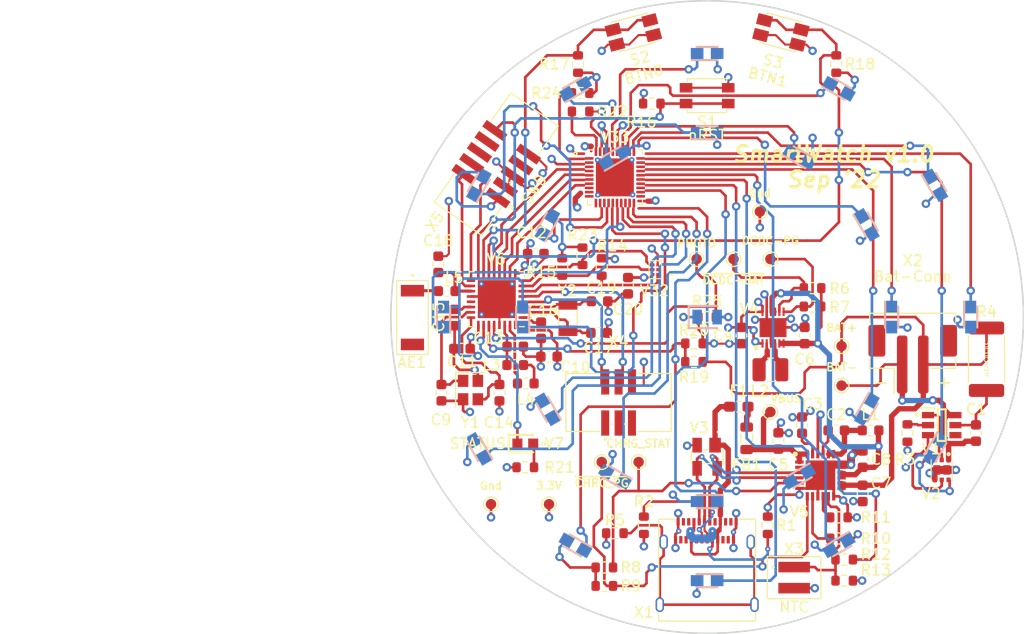
<source format=kicad_pcb>
(kicad_pcb (version 20211014) (generator pcbnew)
  (title_block (title "SmartWatch") (date "2022-09-02") (rev "0.1") (comment 4 "Simon Brenninger"))
  (layers (0 "F.Cu" signal) (1 "In1.Cu" power) (2 "In2.Cu" power) (31 "B.Cu" signal) (34 "B.Paste" user) (35 "F.Paste" user) (36 "B.SilkS" user "B.Silkscreen") (37 "F.SilkS" user "F.Silkscreen") (38 "B.Mask" user) (39 "F.Mask" user) (44 "Edge.Cuts" user))
  (net 0 "")
  (net 1 "Net-(C1-Pad1)")
  (net 2 "BAT-")
  (net 3 "Net-(C2-Pad1)")
  (net 4 "Net-(C2-Pad2)")
  (net 5 "/Power/PMID")
  (net 6 "BAT_PROT-")
  (net 7 "3.3V")
  (net 8 "CHRG_OUT")
  (net 9 "BAT_PROT+")
  (net 10 "/MCU/DEC4")
  (net 11 "/MCU/DEC3")
  (net 12 "HSE1")
  (net 13 "/MCU/DEC1")
  (net 14 "HSE2")
  (net 15 "LSE1")
  (net 16 "LSE2")
  (net 17 "Net-(L2-Pad1)")
  (net 18 "Net-(L2-Pad2)")
  (net 19 "Net-(L3-Pad1)")
  (net 20 "/MCU/DCC")
  (net 21 "/Power/CC2")
  (net 22 "/Power/CC1")
  (net 23 "Net-(R3-Pad2)")
  (net 24 "/Power/Shield")
  (net 25 "Net-(R6-Pad1)")
  (net 26 "Net-(R7-Pad1)")
  (net 27 "/Power/CHRG_STAT")
  (net 28 "/Power/~{CHRG_PG}")
  (net 29 "/Power/ILIM")
  (net 30 "/Power/ICHG")
  (net 31 "REGN")
  (net 32 "/Power/NTC_IN")
  (net 33 "SCL")
  (net 34 "SDA")
  (net 35 "NRST")
  (net 36 "BTN0")
  (net 37 "BTN1")
  (net 38 "BAT_SENS")
  (net 39 "Net-(R21-Pad2)")
  (net 40 "Net-(R22-Pad2)")
  (net 41 "GYRO_INT")
  (net 42 "Net-(R24-Pad2)")
  (net 43 "PHOTO")
  (net 44 "VBUS")
  (net 45 "Net-(V1-Pad1)")
  (net 46 "Net-(V1-Pad3)")
  (net 48 "Net-(V2-Pad3)")
  (net 49 "USB_D-")
  (net 50 "USB_D+")
  (net 52 "RXD")
  (net 53 "TXD")
  (net 54 "CS_IO")
  (net 55 "MISO")
  (net 56 "MOSI")
  (net 57 "SCK")
  (net 58 "DBG_LED")
  (net 59 "SWDCLK")
  (net 60 "SWDIO")
  (net 62 "Ring0_0")
  (net 63 "Ring0_1")
  (net 64 "Ring0_2")
  (net 65 "Ring0_3")
  (net 66 "Ring0_4")
  (net 67 "Ring0_5")
  (net 68 "Ring0_6")
  (net 69 "Ring0_7")
  (net 70 "Ring0_8")
  (net 71 "Ring0_9")
  (net 72 "Ring0_10")
  (net 73 "Ring0_11")
  (net 74 "Ring1_0")
  (net 75 "Ring1_1")
  (net 76 "Ring1_2")
  (net 77 "Ring1_3")
  (net 78 "Ring1_4")
  (net 79 "Ring1_5")
  (net 80 "Ring1_6")
  (net 81 "Ring1_7")
  (net 82 "Ring1_8")
  (net 83 "Ring1_9")
  (net 84 "Ring1_10")
  (net 85 "Ring1_11")
  (net 96 "/MCU/ANT_IN")
  (net 97 "/MCU/ANT_TP")
  (net 98 "Net-(F1-Pad2)")
  (net 99 "VBUS_CONN")
  (footprint "myLib:PinHeader_2x05_P1.27mm_Vertical_SMD" (layer "F.Cu") (at 130 85.5 55)
    (fp_text reference "X5")
    (fp_text value "SWD")
  )
  (footprint "LED red:LEDC1608X80N" (layer "F.Cu") (at 132.75 112)
    (fp_text reference "V7")
    (fp_text value "DBG_LED" hide)
  )
  (footprint "Crystal:Crystal_SMD_3215-2Pin_3.2x1.5mm" (layer "F.Cu") (at 136.798 100.048 90)
    (fp_text reference "Y2")
    (fp_text value "32.768k" hide)
  )
  (footprint "Charger:QFN50P400X400X100-25N" (layer "F.Cu") (at 160.75 115)
    (fp_text reference "V5")
    (fp_text value "BQ25606RGET" hide)
  )
  (footprint "Capacitor_SMD:C_0603_1608Metric" (layer "F.Cu") (at 135 103.75 180)
    (fp_text reference "C10")
    (fp_text value "4u7" hide)
  )
  (footprint "TestPoint:TestPoint_Pad_D1.0mm" (layer "F.Cu") (at 155 90)
    (fp_text reference "TP2" hide)
    (fp_text value "Gnd")
  )
  (footprint "Connector_JST:JST_PH_B2B-PH-SM4-TB_1x02-1MP_P2.00mm_Vertical" (layer "F.Cu") (at 169.5 104)
    (fp_text reference "X2")
    (fp_text value "Bat-Conn")
  )
  (footprint "Resistor_SMD:R_0603_1608Metric" (layer "F.Cu") (at 150 100 180)
    (fp_text reference "R25")
    (fp_text value "2k7" hide)
  )
  (footprint "Gyroscope:MXC4005XC" (layer "F.Cu") (at 145.087 95.504 180)
    (fp_text reference "V32")
    (fp_text value "MXC4005XC" hide)
  )
  (footprint "Capacitor_SMD:C_0603_1608Metric" (layer "F.Cu") (at 156.75 111.75 90)
    (fp_text reference "C5")
    (fp_text value "1u" hide)
  )
  (footprint "Resistor_SMD:R_0603_1608Metric" (layer "F.Cu") (at 138.176 94.234 -90)
    (fp_text reference "R23")
    (fp_text value "4k7" hide)
  )
  (footprint "Resistor_SMD:R_0603_1608Metric" (layer "F.Cu") (at 160 99)
    (fp_text reference "R7")
    (fp_text value "10k" hide)
  )
  (footprint "TestPoint:TestPoint_Pad_D1.0mm" (layer "F.Cu") (at 140 113.75)
    (fp_text reference "TP10" hide)
    (fp_text value "~{CHRG_PG}")
  )
  (footprint "Capacitor_SMD:C_0603_1608Metric" (layer "F.Cu") (at 142.494 97.028 -90)
    (fp_text reference "C20")
    (fp_text value "4u7" hide)
  )
  (footprint "Resistor_SMD:R_0603_1608Metric" (layer "F.Cu") (at 162.25 76 90)
    (fp_text reference "R18")
    (fp_text value "10k" hide)
  )
  (footprint "Resistor_SMD:R_0603_1608Metric" (layer "F.Cu") (at 155.75 119.75 90)
    (fp_text reference "R1")
    (fp_text value "5k11" hide)
  )
  (footprint "myLib:Tactile_Panasonic_EVQP7J01P" (layer "F.Cu") (at 157 73 165.5)
    (fp_text reference "S3")
    (fp_text value "BTN1")
  )
  (footprint "Capacitor_SMD:C_0603_1608Metric" (layer "F.Cu") (at 134.25 101.25 -90)
    (fp_text reference "C16")
    (fp_text value "100n" hide)
  )
  (footprint "Package_DFN_QFN:QFN-32-1EP_5x5mm_P0.5mm_EP3.6x3.6mm" (layer "F.Cu") (at 130.048 98.298 180)
    (fp_text reference "V6")
    (fp_text value "nRF52810-QCxx" hide)
  )
  (footprint "Resistor_SMD:R_0603_1608Metric" (layer "F.Cu") (at 163 125)
    (fp_text reference "R13")
    (fp_text value "30k" hide)
  )
  (footprint "Capacitor_SMD:C_0603_1608Metric" (layer "F.Cu") (at 124.798 107.173 90)
    (fp_text reference "C9")
    (fp_text value "12p" hide)
  )
  (footprint "Resistor_SMD:R_0603_1608Metric" (layer "F.Cu") (at 137.75 76 90)
    (fp_text reference "R17")
    (fp_text value "10k" hide)
  )
  (footprint "TestPoint:TestPoint_Pad_D1.0mm" (layer "F.Cu") (at 129.5 117.75)
    (fp_text reference "TP6" hide)
    (fp_text value "Gnd")
  )
  (footprint "Resistor_SMD:R_0603_1608Metric" (layer "F.Cu") (at 148.75 102.5)
    (fp_text reference "R20")
    (fp_text value "100k" hide)
  )
  (footprint "Resistor_SMD:R_0603_1608Metric" (layer "F.Cu") (at 144 119.75 -90)
    (fp_text reference "R2")
    (fp_text value "5k11" hide)
  )
  (footprint "myLib:USB_C_Receptacle_Amphenol_12401598" (layer "F.Cu") (at 150 123.58)
    (fp_text reference "X1")
    (fp_text value "USB_C_Receptacle_USB2.0" hide)
  )
  (footprint "Inductor_SMD:L_1008_2520Metric" (layer "F.Cu") (at 156 105)
    (fp_text reference "L2")
    (fp_text value "2u2" hide)
  )
  (footprint "TestPoint:TestPoint_Pad_D1.0mm" (layer "F.Cu") (at 162.75 106.5)
    (fp_text reference "TP4" hide)
    (fp_text value "BAT-")
  )
  (footprint "myLib:SW_SPST_EVQP2" (layer "F.Cu") (at 150 79)
    (fp_text reference "S1")
    (fp_text value "nRST")
  )
  (footprint "Capacitor_SMD:C_0603_1608Metric" (layer "F.Cu") (at 175.5 111 -90)
    (fp_text reference "C1")
    (fp_text value "100n" hide)
  )
  (footprint "myLib:Tactile_Panasonic_EVQP7J01P" (layer "F.Cu") (at 143 73 -165.5)
    (fp_text reference "S2")
    (fp_text value "BTN0")
  )
  (footprint "Capacitor_SMD:C_0603_1608Metric" (layer "F.Cu") (at 126.048 100.048 -90)
    (fp_text reference "C15")
    (fp_text value "100p" hide)
  )
  (footprint "Inductor_SMD:L_0603_1608Metric" (layer "F.Cu") (at 165.5 110.75)
    (fp_text reference "L1")
    (fp_text value "1u" hide)
  )
  (footprint "Capacitor_SMD:C_0603_1608Metric" (layer "F.Cu") (at 164.75 113.475 90)
    (fp_text reference "C8")
    (fp_text value "10u" hide)
  )
  (footprint "Resistor_SMD:R_0603_1608Metric" (layer "F.Cu") (at 132.75 114.25)
    (fp_text reference "R21")
    (fp_text value "330R" hide)
  )
  (footprint "TestPoint:TestPoint_Pad_D1.0mm" (layer "F.Cu") (at 162.75 102.75)
    (fp_text reference "TP3" hide)
    (fp_text value "BAT+")
  )
  (footprint "Inductor_SMD:L_0805_2012Metric" (layer "F.Cu") (at 153.75 111.5 -90)
    (fp_text reference "FB1")
    (fp_text value "FerriteBead_Small" hide)
  )
  (footprint "TestPoint:TestPoint_Pad_D1.0mm" (layer "F.Cu") (at 135 117.75)
    (fp_text reference "TP1" hide)
    (fp_text value "3.3V")
  )
  (footprint "TestPoint:TestPoint_Pad_D1.0mm" (layer "F.Cu") (at 156 109)
    (fp_text reference "TP5" hide)
    (fp_text value "VBUS")
  )
  (footprint "Resistor_SMD:R_0603_1608Metric" (layer "F.Cu") (at 138 78.75 180)
    (fp_text reference "R24")
    (fp_text value "10k" hide)
  )
  (footprint "Package_DFN_QFN:QFN-40-1EP_5x5mm_P0.4mm_EP3.6x3.6mm" (layer "F.Cu") (at 141.25 86.75)
    (fp_text reference "V33")
    (fp_text value "PCA9957HNMP")
  )
  (footprint "Capacitor_SMD:C_0603_1608Metric" (layer "F.Cu") (at 162.25 110.75)
    (fp_text reference "C2")
    (fp_text value "4u7" hide)
  )
  (footprint "Crystal:Crystal_SMD_2520-4Pin_2.5x2.0mm" (layer "F.Cu") (at 127.548 106.923 -90)
    (fp_text reference "Y1")
    (fp_text value "32MHz" hide)
  )
  (footprint "Resistor_SMD:R_0603_1608Metric" (layer "F.Cu") (at 138 80.5 180)
    (fp_text reference "R22")
    (fp_text value "2k" hide)
  )
  (footprint "TestPoint:TestPoint_Pad_D1.0mm" (layer "F.Cu") (at 152.5 94.5)
    (fp_text reference "TP7" hide)
    (fp_text value "~{DCDC-BAT}")
  )
  (footprint "Capacitor_SMD:C_0603_1608Metric" (layer "F.Cu") (at 159.25 101.75 90)
    (fp_text reference "C6")
    (fp_text value "10u" hide)
  )
  (footprint "TestPoint:TestPoint_Pad_D1.0mm" (layer "F.Cu") (at 156 94.5)
    (fp_text reference "TP8" hide)
    (fp_text value "DCDC-PG")
  )
  (footprint "Capacitor_SMD:C_0603_1608Metric" (layer "F.Cu") (at 139.798 98.5 180)
    (fp_text reference "C19")
    (fp_text value "12p" hide)
  )
  (footprint "Resistor_SMD:R_0603_1608Metric" (layer "F.Cu") (at 163 123 180)
    (fp_text reference "R12")
    (fp_text value "5k1" hide)
  )
  (footprint "Resistor_SMD:R_0603_1608Metric" (layer "F.Cu") (at 169 111 90)
    (fp_text reference "R3")
    (fp_text value "2k7" hide)
  )
  (footprint "Resistor_SMD:R_0603_1608Metric" (layer "F.Cu") (at 160 97.25)
    (fp_text reference "R6")
    (fp_text value "10k" hide)
  )
  (footprint "Resistor_SMD:R_0603_1608Metric" (layer "F.Cu") (at 162.5 119 180)
    (fp_text reference "R11")
    (fp_text value "820R" hide)
  )
  (footprint "Inductor_SMD:L_0603_1608Metric" (layer "F.Cu") (at 131.798 104.548 180)
    (fp_text reference "L3")
    (fp_text value "15n" hide)
  )
  (footprint "Resistor_SMD:R_0603_1608Metric" (layer "F.Cu") (at 141.25 120.5 180)
    (fp_text reference "R5")
    (fp_text value "0R" hide)
  )
  (footprint "ESD:SP0503BAHTG" (layer "F.Cu") (at 150 113.25 180)
    (fp_text reference "V3")
    (fp_text value "SP0503BAHTG" hide)
  )
  (footprint "Mosfet:SSM6N68NULF" (layer "F.Cu") (at 172.25 114.5 180)
    (fp_text reference "V2")
    (fp_text value "SSM6N68NU,LF" hide)
  )
  (footprint "Capacitor_SMD:C_0603_1608Metric" (layer "F.Cu") (at 133.75 94)
    (fp_text reference "C12")
    (fp_text value "100n" hide)
  )
  (footprint "DC-DC:SON40P300X300X75-13N" (layer "F.Cu") (at 156.25 101 90)
    (fp_text reference "V4")
    (fp_text value "ISL9110IRT7Z-T7A" hide)
  )
  (footprint "Inductor_SMD:L_0603_1608Metric" (layer "F.Cu") (at 125.298 97.536)
    (fp_text reference "L5")
    (fp_text value "3n9" hide)
  )
  (footprint "TestPoint:TestPoint_Pad_D1.0mm" (layer "F.Cu") (at 143.5 113.75)
    (fp_text reference "TP9" hide)
    (fp_text value "CHRG_STAT")
  )
  (footprint "Capacitor_SMD:C_0603_1608Metric" (layer "F.Cu") (at 131.798 102.798)
    (fp_text reference "C13")
    (fp_text value "1u" hide)
  )
  (footprint "Resistor_SMD:R_0603_1608Metric" (layer "F.Cu") (at 148.75 104.25 180)
    (fp_text reference "R19")
    (fp_text value "33k" hide)
  )
  (footprint "myLib:PinHeader_2x03_P1.27mm_Vertical_SMD" (layer "F.Cu") (at 141.6 108.1)
    (fp_text reference "X4")
    (fp_text value "UART")
  )
  (footprint "Resistor_SMD:R_0603_1608Metric" (layer "F.Cu") (at 144.75 79.75)
    (fp_text reference "R16")
    (fp_text value "10k" hide)
  )
  (footprint "TestPoint:TestPoint_Pad_D1.0mm" (layer "F.Cu") (at 149 94.5)
    (fp_text reference "TP11" hide)
    (fp_text value "PHOTO")
  )
  (footprint "myLib:PinHeader_P2mm_1x02_SMD" (layer "F.Cu") (at 158.25 124.714 -90)
    (fp_text reference "X3")
    (fp_text value "NTC")
  )
  (footprint "Protection:SOT95P285X140-6N" (layer "F.Cu") (at 172.25 110.25)
    (fp_text reference "V1")
    (fp_text value "AP9101CAK6-ABTRG1" hide)
  )
  (footprint "Resistor_SMD:R_0603_1608Metric" (layer "F.Cu") (at 140.25 123.75)
    (fp_text reference "R8")
    (fp_text value "10k" hide)
  )
  (footprint "Inductor_SMD:L_0603_1608Metric" (layer "F.Cu") (at 132.798 106.298)
    (fp_text reference "L4")
    (fp_text value "10u" hide)
  )
  (footprint "Resistor_SMD:R_0603_1608Metric" (layer "F.Cu") (at 136.25 95.25 -90)
    (fp_text reference "R15")
    (fp_text value "4k7" hide)
  )
  (footprint "Resistor_SMD:R_0603_1608Metric" (layer "F.Cu") (at 140.25 125.5)
    (fp_text reference "R9")
    (fp_text value "10k" hide)
  )
  (footprint "Capacitor_SMD:C_0603_1608Metric" (layer "F.Cu") (at 126.75 103 180)
    (fp_text reference "C11")
    (fp_text value "100n" hide)
  )
  (footprint "Resistor_SMD:R_2512_6332Metric" (layer "F.Cu") (at 176.5 104 90)
    (fp_text reference "R4")
    (fp_text value "330R" hide)
  )
  (footprint "myLib:Ignion_NN01-102_BT_WIFI" (layer "F.Cu") (at 122.048 100.048 -90)
    (fp_text reference "AE1")
    (fp_text value "Antenna_Chip" hide)
  )
  (footprint "Capacitor_SMD:C_0603_1608Metric" (layer "F.Cu") (at 164.75 116.725 -90)
    (fp_text reference "C7")
    (fp_text value "10u" hide)
  )
  (footprint "Capacitor_SMD:C_0603_1608Metric" (layer "F.Cu") (at 139.75 101.5 180)
    (fp_text reference "C17")
    (fp_text value "12p" hide)
  )
  (footprint "Capacitor_SMD:C_0603_1608Metric" (layer "F.Cu") (at 153.25 101.75 -90)
    (fp_text reference "C4")
    (fp_text value "10u" hide)
  )
  (footprint "Capacitor_SMD:C_0603_1608Metric" (layer "F.Cu") (at 124.5 95 90)
    (fp_text reference "C18")
    (fp_text value "0.8p" hide)
  )
  (footprint "Resistor_SMD:R_0603_1608Metric" (layer "F.Cu") (at 140 95.25 -90)
    (fp_text reference "R14")
    (fp_text value "4k7" hide)
  )
  (footprint "Capacitor_SMD:C_0603_1608Metric" (layer "F.Cu") (at 130.298 107.173 90)
    (fp_text reference "C14")
    (fp_text value "12p" hide)
  )
  (footprint "Capacitor_SMD:C_0603_1608Metric" (layer "F.Cu") (at 159 110.25 90)
    (fp_text reference "C3")
    (fp_text value "10u" hide)
  )
  (footprint "Resistor_SMD:R_0603_1608Metric" (layer "F.Cu") (at 162.5 121 180)
    (fp_text reference "R10")
    (fp_text value "1k" hide)
  )
  (footprint "Fuse:Fuse_0603_1608Metric_Pad1.05x0.95mm_HandSolder" (layer "F.Cu") (at 153 108.5)
    (fp_text reference "F1")
    (fp_text value "Fuse_1A" hide)
  )
  (footprint "LED green:LEDM2012X80N" (layer "B.Cu") (at 175 100 -90)
    (fp_text reference "V17")
    (fp_text value "green" hide)
  )
  (footprint "LED green:LEDM2012X80N" (layer "B.Cu") (at 150 125 180)
    (fp_text reference "V14")
    (fp_text value "green" hide)
  )
  (footprint "LED green:LEDM2012X80N" (layer "B.Cu") (at 137.5 121.651 150)
    (fp_text reference "V13")
    (fp_text value "green" hide)
  )
  (footprint "LED green:LEDM2012X80N" (layer "B.Cu") (at 171.651 87.5 -60)
    (fp_text reference "V18")
    (fp_text value "green" hide)
  )
  (footprint "LED green:LEDM2012X80N" (layer "B.Cu") (at 167.5 100 -90)
    (fp_text reference "V29")
    (fp_text value "green" hide)
  )
  (footprint "LED green:LEDM2012X80N" (layer "B.Cu") (at 141.25 115.155 150)
    (fp_text reference "V25")
    (fp_text value "green" hide)
  )
  (footprint "LED green:LEDM2012X80N" (layer "B.Cu") (at 128.349 87.5 60)
    (fp_text reference "V10")
    (fp_text value "green" hide)
  )
  (footprint "LED green:LEDM2012X80N" (layer "B.Cu") (at 162.5 78.349 -30)
    (fp_text reference "V19")
    (fp_text value "green" hide)
  )
  (footprint "LED green:LEDM2012X80N" (layer "B.Cu") (at 162.5 121.651 -150)
    (fp_text reference "V15")
    (fp_text value "green" hide)
  )
  (footprint "LED green:LEDM2012X80N" (layer "B.Cu") (at 137.5 78.349 30)
    (fp_text reference "V9")
    (fp_text value "green" hide)
  )
  (footprint "LED green:LEDM2012X80N" (layer "B.Cu") (at 171.651 112.5 -120)
    (fp_text reference "V16")
    (fp_text value "green" hide)
  )
  (footprint "LED green:LEDM2012X80N" (layer "B.Cu") (at 158.75 84.845 -30)
    (fp_text reference "V31")
    (fp_text value "green" hide)
  )
  (footprint "LED green:LEDM2012X80N" (layer "B.Cu") (at 165.155 91.25 -60)
    (fp_text reference "V30")
    (fp_text value "green" hide)
  )
  (footprint "LED green:LEDM2012X80N" (layer "B.Cu") (at 141.25 84.845 30)
    (fp_text reference "V21")
    (fp_text value "green" hide)
  )
  (footprint "LED green:LEDM2012X80N" (layer "B.Cu") (at 158.75 115.155 -150)
    (fp_text reference "V27")
    (fp_text value "green" hide)
  )
  (footprint "LED green:LEDM2012X80N" (layer "B.Cu") (at 165.155 108.75 -120)
    (fp_text reference "V28")
    (fp_text value "green" hide)
  )
  (footprint "Phototransistor:LEDC2012X95N" (layer "B.Cu") (at 150 100)
    (fp_text reference "V34")
    (fp_text value "SFH 3710" hide)
  )
  (footprint "LED green:LEDM2012X80N" (layer "B.Cu") (at 128.349 112.5 120)
    (fp_text reference "V12")
    (fp_text value "green" hide)
  )
  (footprint "LED green:LEDM2012X80N" (layer "B.Cu") (at 132.5 100 90)
    (fp_text reference "V23")
    (fp_text value "green" hide)
  )
  (footprint "LED green:LEDM2012X80N" (layer "B.Cu") (at 134.845 108.75 120)
    (fp_text reference "V24")
    (fp_text value "green" hide)
  )
  (footprint "LED green:LEDM2012X80N" (layer "B.Cu") (at 150 75)
    (fp_text reference "V8")
    (fp_text value "green" hide)
  )
  (footprint "LED green:LEDM2012X80N" (layer "B.Cu") (at 150 82.5)
    (fp_text reference "V20")
    (fp_text value "green" hide)
  )
  (footprint "LED green:LEDM2012X80N" (layer "B.Cu") (at 134.845 91.25 60)
    (fp_text reference "V22")
    (fp_text value "green" hide)
  )
  (footprint "LED green:LEDM2012X80N" (layer "B.Cu") (at 125 100 90)
    (fp_text reference "V11")
    (fp_text value "green" hide)
  )
  (footprint "LED green:LEDM2012X80N" (layer "B.Cu") (at 150 117.5 180)
    (fp_text reference "V26")
    (fp_text value "green" hide)
  )
  (gr_line (start 172 106.25) (end 173 106.25) (layer "F.SilkS") (width 0.15))
  (gr_circle (center 169.92929 109.25) (end 169.97929 109.3) (layer "F.SilkS") (width 0.15) (fill none))
  (gr_line (start 166 106.25) (end 167 106.25) (layer "F.SilkS") (width 0.15))
  (gr_circle (center 137.5 84.5) (end 137.55 84.55) (layer "F.SilkS") (width 0.15) (fill none))
  (gr_circle (center 133.17071 100.05) (end 133.22071 100.1) (layer "F.SilkS") (width 0.15) (fill none))
  (gr_circle (center 134.5 112.02929) (end 134.55 112.07929) (layer "F.SilkS") (width 0.15) (fill none))
  (gr_circle (center 131.45 89.6) (end 131.5 89.65) (layer "F.SilkS") (width 0.15) (fill none))
  (gr_line (start 172.5 106.75) (end 172.5 105.75) (layer "F.SilkS") (width 0.15))
  (gr_circle locked (center 150 100) (end 180 100) (layer "Edge.Cuts") (width 0.15) (fill none))
  (gr_text "JLCJLCJLCJLC" (at 176.5 104 90) (layer "F.SilkS") (effects (font (size 0.33 0.33) (thickness 0.0625))))
  (gr_text "SmartWatch v1.0\nSep '22" (at 162 85.75) (layer "F.SilkS") (effects (font (size 1.5 1.5) (thickness 0.3) italic)))
  (gr_text "STATUS" (at 128.25 112) (layer "F.SilkS") (effects (font (size 1 1))))
  (segment (start 173.55 110.25) (end 175.475 110.25) (width 0.254) (layer "F.Cu") (net 1))
  (segment (start 175.5 110.225) (end 175.5 109.25) (width 0.254) (layer "F.Cu") (net 1))
  (segment (start 175.475 110.25) (end 175.5 110.225) (width 0.254) (layer "F.Cu") (net 1))
  (segment (start 176.5 108.25) (end 176.5 106.9625) (width 0.254) (layer "F.Cu") (net 1))
  (segment (start 175.5 109.25) (end 176.5 108.25) (width 0.254) (layer "F.Cu") (net 1))
  (segment (start 162.75 106.5) (end 166.1 106.5) (width 0.254) (layer "F.Cu") (net 2))
  (segment (start 173 109.3) (end 173.55 109.3) (width 0.508) (layer "F.Cu") (net 2))
  (segment (start 174.3 112) (end 174.525 111.775) (width 0.508) (layer "F.Cu") (net 2))
  (segment (start 172.4 108.3) (end 172.4 108.7) (width 0.508) (layer "F.Cu") (net 2))
  (segment (start 166.85 104.5) (end 168.5 104.5) (width 0.254) (layer "F.Cu") (net 2))
  (segment (start 166.45 104.9) (end 166.85 104.5) (width 0.254) (layer "F.Cu") (net 2))
  (segment (start 166.1 106.5) (end 166.45 106.15) (width 0.254) (layer "F.Cu") (net 2))
  (segment (start 172.511 111.8) (end 172.711 112) (width 0.508) (layer "F.Cu") (net 2))
  (segment (start 168.508636 107.9165) (end 168.508636 104.508636) (width 0.508) (layer "F.Cu") (net 2))
  (segment (start 172.511 109.589) (end 172.511 108.811) (width 0.508) (layer "F.Cu") (net 2))
  (segment (start 172.9 112) (end 174.3 112) (width 0.508) (layer "F.Cu") (net 2))
  (segment (start 172.511 108.811) (end 172.4 108.7) (width 0.508) (layer "F.Cu") (net 2))
  (segment (start 168.508636 104.508636) (end 168.5 104.5) (width 0.508) (layer "F.Cu") (net 2))
  (segment (start 174.525 111.775) (end 175.5 111.775) (width 0.508) (layer "F.Cu") (net 2))
  (segment (start 171.4 107.9) (end 172 107.9) (width 0.508) (layer "F.Cu") (net 2))
  (segment (start 172.4 108.7) (end 173 109.3) (width 0.508) (layer "F.Cu") (net 2))
  (segment (start 173.55 109.3) (end 172.8 109.3) (width 0.508) (layer "F.Cu") (net 2))
  (segment (start 172 107.9) (end 172.4 108.3) (width 0.508) (layer "F.Cu") (net 2))
  (segment (start 172.9 113.562) (end 172.9 112) (width 0.508) (layer "F.Cu") (net 2))
  (segment (start 172.8 109.3) (end 172.511 109.589) (width 0.508) (layer "F.Cu") (net 2))
  (segment (start 166.45 106.15) (end 166.45 104.9) (width 0.254) (layer "F.Cu") (net 2))
  (segment (start 172.711 112) (end 172.9 112) (width 0.508) (layer "F.Cu") (net 2))
  (segment (start 172.511 109.589) (end 172.511 111.8) (width 0.508) (layer "F.Cu") (net 2))
  (via (at 171.4 107.9) (size 0.8) (drill 0.4) (layers "F.Cu" "B.Cu") (net 2))
  (via (at 168.508636 107.9165) (size 0.8) (drill 0.4) (layers "F.Cu" "B.Cu") (net 2))
  (segment (start 168.508636 107.9165) (end 171.3835 107.9165) (width 0.508) (layer "B.Cu") (net 2))
  (segment (start 161.475 111.775) (end 161.475 110.75) (width 0.254) (layer "F.Cu") (net 3))
  (segment (start 161 112.25) (end 161.475 111.775) (width 0.254) (layer "F.Cu") (net 3))
  (segment (start 161 113) (end 161 112.25) (width 0.254) (layer "F.Cu") (net 3))
  (segment (start 163.025 110.75) (end 163.025 112.675) (width 0.508) (layer "F.Cu") (net 4))
  (segment (start 164.7125 110.75) (end 163.025 110.75) (width 0.508) (layer "F.Cu") (net 4))
  (segment (start 163.025 112.675) (end 162.7 113) (width 0.508) (layer "F.Cu") (net 4))
  (segment (start 162.7 113) (end 161.534 113) (width 0.508) (layer "F.Cu") (net 4))
  (segment (start 160 112.25) (end 159.75 112) (width 0.254) (layer "F.Cu") (net 5))
  (segment (start 159.25 112) (end 159 111.75) (width 0.254) (layer "F.Cu") (net 5))
  (segment (start 160 113) (end 160 112.25) (width 0.254) (layer "F.Cu") (net 5))
  (segment (start 159.75 112) (end 159.25 112) (width 0.254) (layer "F.Cu") (net 5))
  (segment (start 159 111.75) (end 159 111.025) (width 0.254) (layer "F.Cu") (net 5))
  (segment (start 152 77.25) (end 152 78.25) (width 0.2) (layer "F.Cu") (net 6))
  (segment (start 145.1 88.95) (end 145.041 89.009) (width 0.508) (layer "F.Cu") (net 6))
  (segment (start 155.65 99.5) (end 155.65 100.4) (width 0.254) (layer "F.Cu") (net 6))
  (segment (start 130.868904 87.658797) (end 131.25 87.277701) (width 0.2) (layer "F.Cu") (net 6))
  (segment (start 130.298 100.748) (end 130.298 98.548) (width 0.2) (layer "F.Cu") (net 6))
  (segment (start 160.5 117) (end 160.5 115.25) (width 0.254) (layer "F.Cu") (net 6))
  (segment (start 134.525 94.475) (end 134 95) (width 0.2) (layer "F.Cu") (net 6))
  (segment (start 150.6545 102.5) (end 150.6795 102.525) (width 0.2) (layer "F.Cu") (net 6))
  (segment (start 124.5 94.225) (end 125.275 94.225) (width 0.2) (layer "F.Cu") (net 6))
  (segment (start 129.5 117.75) (end 129.5 119) (width 0.254) (layer "F.Cu") (net 6))
  (segment (start 164.75 117.5) (end 163.908799 117.5) (width 0.254) (layer "F.Cu") (net 6))
  (segment (start 156.75 110.975) (end 157.725 110.975) (width 0.254) (layer "F.Cu") (net 6))
  (segment (start 155.9 101) (end 155.3 100.4) (width 0.254) (layer "F.Cu") (net 6))
  (segment (start 158.75 116.85) (end 156.65 116.85) (width 0.254) (layer "F.Cu") (net 6))
  (segment (start 140.573 98.5) (end 141.25 98.5) (width 0.254) (layer "F.Cu") (net 6))
  (segment (start 125.5 94) (end 125.5 93.75) (width 0.2) (layer "F.Cu") (net 6))
  (segment (start 138.4 83.8) (end 138.9875 83.8) (width 0.508) (layer "F.Cu") (net 6))
  (segment (start 152.744 120.006) (end 152.5 120.25) (width 0.254) (layer "F.Cu") (net 6))
  (segment (start 125.275 94.225) (end 125.5 94) (width 0.2) (layer "F.Cu") (net 6))
  (segment (start 127.5 109) (end 127 109) (width 0.254) (layer "F.Cu") (net 6))
  (segment (start 158.75 116.85) (end 158.75 116.25) (width 0.254) (layer "F.Cu") (net 6))
  (segment (start 152.75 119.42) (end 152.75 118.6) (width 0.254) (layer "F.Cu") (net 6))
  (segment (start 162 116.25) (end 161.5 115.75) (width 0.254) (layer "F.Cu") (net 6))
  (segment (start 157.5455 100.1545) (end 157.945647 100.1545) (width 0.254) (layer "F.Cu") (net 6))
  (segment (start 149.575 102.5) (end 150.6545 102.5) (width 0.254) (layer "F.Cu") (net 6))
  (segment (start 134.75 85.75) (end 133.537828 84.537828) (width 0.2) (layer "F.Cu") (net 6))
  (segment (start 139.25 82.75) (end 139.5 83) (width 0.25) (layer "F.Cu") (net 6))
  (segment (start 145.041 89.009) (end 144.377554 89.009) (width 0.508) (layer "F.Cu") (net 6))
  (segment (start 159.402591 74.152591) (end 160 74.75) (width 0.2) (layer "F.Cu") (net 6))
  (segment (start 158.25 125.714) (end 160.214 125.714) (width 0.254) (layer "F.Cu") (net 6))
  (segment (start 134.4 86.35) (end 134.75 86) (width 0.2) (layer "F.Cu") (net 6))
  (segment (start 156.25 101) (end 156.05 101.2) (width 0.254) (layer "F.Cu") (net 6))
  (segment (start 126.048 100.823) (end 126.048 102.927) (width 0.254) (layer "F.Cu") (net 6))
  (segment (start 139 83.8125) (end 139 84.25) (width 0.254) (layer "F.Cu") (net 6))
  (segment (start 145.307 94.057) (end 144.75 93.5) (width 0.2) (layer "F.Cu") (net 6))
  (segment (start 147.25 120.25) (end 147.25 119.42) (width 0.254) (layer "F.Cu") (net 6))
  (segment (start 162.9 117.4) (end 162.905362 117.4) (width 0.254) (layer "F.Cu") (net 6))
  (segment (start 132.573 102.798) (end 132.573 103.523) (width 0.254) (layer "F.Cu") (net 6))
  (segment (start 163.65 114.05) (end 163.65 113.1835) (width 0.762) (layer "F.Cu") (net 6))
  (segment (start 131.597346 86.618474) (end 131.368474 86.618474) (width 0.2) (layer "F.Cu") (net 6))
  (segment (start 126.5065 105.0065) (end 125.975 104.475) (width 0.254) (layer "F.Cu") (net 6))
  (segment (start 158.975 109.5) (end 159 109.475) (width 0.254) (layer "F.Cu") (net 6))
  (segment (start 147.25 119.42) (end 147.25 118.6) (width 0.254) (layer "F.Cu") (net 6))
  (segment (start 131.368474 86.618474) (end 130 85.25) (width 0.2) (layer "F.Cu") (net 6))
  (segment (start 128.248 105.3045) (end 127.95 105.0065) (width 0.254) (layer "F.Cu") (net 6))
  (segment (start 131.618474 86.618474) (end 132.75 87.75) (width 0.2) (layer "F.Cu") (net 6))
  (segment (start 164.289105 120.59082) (end 163.879925 121) (width 0.254) (layer "F.Cu") (net 6))
  (segment (start 132.573 103.523) (end 132.8 103.75) (width 0.254) (layer "F.Cu") (net 6))
  (segment (start 158.1 109.5) (end 158.975 109.5) (width 0.254) (layer "F.Cu") (net 6))
  (segment (start 140.525 100.6315) (end 140.525 101.5) (width 0.254) (layer "F.Cu") (net 6))
  (segment (start 137.679648 89.595395) (end 137.491 89.406747) (width 0.508) (layer "F.Cu") (net 6))
  (segment (start 161.75 114) (end 160.75 115) (width 0.762) (layer "F.Cu") (net 6))
  (segment (start 131.25 86.96582) (end 131.597346 86.618474) (width 0.2) (layer "F.Cu") (net 6))
  (segment (start 134.75 86) (end 134.75 85.75) (width 0.2) (layer "F.Cu") (net 6))
  (segment (start 152.5 121.12) (end 152.5 121.9) (width 0.254) (layer "F.Cu") (net 6))
  (segment (start 133.95 86.8) (end 134.4 86.35) (width 0.2) (layer "F.Cu") (net 6))
  (segment (start 156.25 101) (end 156.7 101) (width 0.254) (layer "F.Cu") (net 6))
  (segment (start 137.175 80.5) (end 137.175 82.425) (width 0.25) (layer "F.Cu") (net 6))
  (segment (start 164.1335 112.7) (end 163.75 113.0835) (width 0.762) (layer "F.Cu") (net 6))
  (segment (start 141.25 98.5) (end 141.947 97.803) (width 0.254) (layer "F.Cu") (net 6))
  (segment (start 126.698 107.948) (end 126.848 107.798) (width 0.254) (layer "F.Cu") (net 6))
  (segment (start 147.3 120.3) (end 147 120.6) (width 0.254) (layer "F.Cu") (net 6))
  (segment (start 124.798 107.948) (end 126.698 107.948) (width 0.254) (layer "F.Cu") (net 6))
  (segment (start 127.598 98.048) (end 129.798 98.048) (width 0.254) (layer "F.Cu") (net 6))
  (segment (start 141.43886 74.152591) (end 140.597409 74.152591) (width 0.2) (layer "F.Cu") (net 6))
  (segment (start 144 120.575) (end 144 121.75) (width 0.254) (layer "F.Cu") (net 6))
  (segment (start 157.402591 74.152591) (end 158.56114 74.152591) (width 0.2) (layer "F.Cu") (net 6))
  (segment (start 147.3 120.3) (end 147.25 120.25) (width 0.254) (layer "F.Cu") (net 6))
  (segment (start 155.65 98.058803) (end 155.65 99.5) (width 0.254) (layer "F.Cu") (net 6))
  (segment (start 148 78.25) (end 152 78.25) (width 0.2) (layer "F.Cu") (net 6))
  (segment (start 142.597409 74.152591) (end 143.498777 73.251223) (width 0.2) (layer "F.Cu") (net 6))
  (segment (start 127.95 105.0065) (end 126.5065 105.0065) (width 0.254) (layer "F.Cu") (net 6))
  (segment (start 156.501223 73.251223) (end 157.402591 74.152591) (width 0.2) (layer "F.Cu") (net 6))
  (segment (start 149.575 101.575) (end 149.175 101.175) (width 0.254) (layer "F.Cu") (net 6))
  (segment (start 126.848 108.848) (end 126.848 107.798) (width 0.254) (layer "F.Cu") (net 6))
  (segment (start 156.65 116.85) (end 155.75 117.75) (width 0.254) (layer "F.Cu") (net 6))
  (segment (start 162.5 117) (end 162 117) (width 0.254) (layer "F.Cu") (net 6))
  (segment (start 163.325 117.825) (end 162.9 117.4) (width 0.254) (layer "F.Cu") (net 6))
  (segment (start 160 115.75) (end 160.75 115) (width 0.254) (layer "F.Cu") (net 6))
  (segment (start 169 112.65) (end 169 111.825) (width 0.2) (layer "F.Cu") (net 6))
  (segment (start 141.947 97.803) (end 142.494 97.803) (width 0.254) (layer "F.Cu") (net 6))
  (segment (start 153.25 102.525) (end 152.0955 102.525) (width 0.2) (layer "F.Cu") (net 6))
  (segment (start 133.325 87.425) (end 133.325 87.3815) (width 0.2) (layer "F.Cu") (net 6))
  (segment (start 163.6 114) (end 161.75 114) (width 0.762) (layer "F.Cu") (net 6))
  (segment (start 163.325 119) (end 163.325 117.825) (width 0.254) (layer "F.Cu") (net 6))
  (segment (start 159 109.475) (end 159.225 109.475) (width 0.254) (layer "F.Cu") (net 6))
  (segment (start 162 117) (end 162 116.25) (width 0.254) (layer "F.Cu") (net 6))
  (segment (start 160.5 115.25) (end 160.75 115) (width 0.254) (layer "F.Cu") (net 6))
  (segment (start 147 121.12) (end 147 121.9) (width 0.254) (layer "F.Cu") (net 6))
  (segment (start 147 120.6) (end 147 121.12) (width 0.254) (layer "F.Cu") (net 6))
  (segment (start 163.65 113.1835) (end 163.75 113.0835) (width 0.508) (layer "F.Cu") (net 6))
  (segment (start 155.75 117.75) (end 155.75 118.05) (width 0.254) (layer "F.Cu") (net 6))
  (segment (start 152.5 120.4) (end 152.5 121.12) (width 0.254) (layer "F.Cu") (net 6))
  (segment (start 133.325 87.3815) (end 133.4065 87.3) (width 0.2) (layer "F.Cu") (net 6))
  (segment (start 128.248 106.048) (end 128.248 105.3045) (width 0.254) (layer "F.Cu") (net 6))
  (segment (start 163.65 114.05) (end 163.6 114) (width 0.508) (layer "F.Cu") (net 6))
  (segment (start 140.6565 100.5) (end 140.525 100.6315) (width 0.254) (layer "F.Cu") (net 6))
  (segment (start 159.225 109.475) (end 159.8 108.9) (width 0.254) (layer "F.Cu") (net 6))
  (segment (start 126.048 102.927) (end 125.975 103) (width 0.254) (layer "F.Cu") (net 6))
  (segment (start 129.798 98.048) (end 130 98.25) (width 0.254) (layer "F.Cu") (net 6))
  (segment (start 161.5 115.75) (end 160.75 115) (width 0.254) (layer "F.Cu") (net 6))
  (segment (start 159.3 100.1) (end 159.3 100.925) (width 0.508) (layer "F.Cu") (net 6))
  (segment (start 162.905362 117.4) (end 162.90744 117.397922) (width 0.254) (layer "F.Cu") (net 6))
  (segment (start 131.25 87.277701) (end 131.25 86.96582) (width 0.2) (layer "F.Cu") (net 6))
  (segment (start 137.5 82.75) (end 139.25 82.75) (width 0.25) (layer "F.Cu") (net 6))
  (segment (start 164.75 112.7) (end 164.1335 112.7) (width 0.762) (layer "F.Cu") (net 6))
  (segment (start 155.435168 97.843971) (end 155.65 98.058803) (width 0.254) (layer "F.Cu") (net 6))
  (segment (start 155 90) (end 155 91.5) (width 0.254) (layer "F.Cu") (net 6))
  (segment (start 144.1875 89) (end 144.1805 88.993) (width 0.254) (layer "F.Cu") (net 6))
  (segment (start 140.573 99.4165) (end 140.573 98.5) (width 0.254) (layer "F.Cu") (net 6))
  (segment (start 149.175 101.175) (end 149.175 100) (width 0.254) (layer "F.Cu") (net 6))
  (segment (start 163.879925 121) (end 163.325 121) (width 0.254) (layer "F.Cu") (net 6))
  (segment (start 140.6565 99.5) (end 140.573 99.4165) (width 0.254) (layer "F.Cu") (net 6))
  (segment (start 157 110) (end 156.75 110.25) (width 0.254) (layer "F.Cu") (net 6))
  (segment (start 156.75 110.25) (end 156.75 110.975) (width 0.254) (layer "F.Cu") (net 6))
  (segment (start 137.491 89.406747) (end 137.491 88.752554) (width 0.508) (layer "F.Cu") (net 6))
  (segment (start 145.307 95.044) (end 145.307 94.057) (width 0.2) (layer "F.Cu") (net 6))
  (segment (start 134.225 103.75) (end 134.25 103.725) (width 0.254) (layer "F.Cu") (net 6))
  (segment (start 134.225 104.692535) (end 134.225 103.75) (width 0.254) (layer "F.Cu") (net 6))
  (segment (start 141.43886 74.152591) (end 142.597409 74.152591) (width 0.2) (layer "F.Cu") (net 6))
  (segment (start 131.597346 86.618474) (end 131.618474 86.618474) (width 0.2) (layer "F.Cu") (net 6))
  (segment (start 152.744 119.426) (end 152.744 120.006) (width 0.254) (layer "F.Cu") (net 6))
  (segment (start 159.5 116.25) (end 160 115.75) (width 0.254) (layer "F.Cu") (net 6))
  (segment (start 163.908799 117.5) (end 163.864909 117.45611) (width 0.254) (layer "F.Cu") (net 6))
  (segment (start 144.1805 88.993) (end 143.493 88.993) (width 0.254) (layer "F.Cu") (net 6))
  (segment (start 163.825 125) (end 164.7 125) (width 0.254) (layer "F.Cu") (net 6))
  (segment (start 140.4255 121.6) (end 140.425 121.5995) (width 0.254) (layer "F.Cu") (net 6))
  (segment (start 155.15 100.25) (end 154.55 100.25) (width 0.254) (layer "F.Cu") (net 6))
  (segment (start 152.5 120.4) (end 152.5 120.25) (width 0.254) (layer "F.Cu") (net 6))
  (segment (start 125.5 93.75) (end 125.5 89) (width 0.2) (layer "F.Cu") (net 6))
  (segment (start 156.05 101.2) (end 156.05 102.5) (width 0.254) (layer "F.Cu") (net 6))
  (segment (start 137.491 88.752554) (end 137.993554 88.25) (width 0.508) (layer "F.Cu") (net 6))
  (segment (start 156.7 101) (end 157.2 100.5) (width 0.254) (layer "F.Cu") (net 6))
  (segment (start 132.75 87.75) (end 133 87.75) (width 0.2) (layer "F.Cu") (net 6))
  (segment (start 157.2 100.5) (end 157.5455 100.1545) (width 0.254) (layer "F.Cu") (net 6))
  (segment (start 162.9 117.4) (end 162.5 117) (width 0.254) (layer "F.Cu") (net 6))
  (segment (start 134 95) (end 133.6315 95) (width 0.2) (layer "F.Cu") (net 6))
  (segment (start 159.3 100.925) (end 159.25 100.975) (width 0.508) (layer "F.Cu") (net 6))
  (segment (start 138.825 80.5) (end 140 80.5) (width 0.2) (layer "F.Cu") (net 6))
  (segment (start 134.25 103.725) (end 134.25 102.025) (width 0.254) (layer "F.Cu") (net 6))
  (segment (start 150.6795 102.525) (end 153.25 102.525) (width 0.2) (layer "F.Cu") (net 6))
  (segment (start 155.75 118.925) (end 155.75 118.05) (width 0.254) (layer "F.Cu") (net 6))
  (segment (start 138.9875 83.8) (end 138.991 83.8035) (width 0.508) (layer "F.Cu") (net 6))
  (segment (start 157.725 110.975) (end 157.75 111) (width 0.254) (layer "F.Cu") (net 6))
  (segment (start 134.525 94) (end 134.525 94.475) (width 0.2) (layer "F.Cu") (net 6))
  (segment (start 155.3 100.4) (end 155.15 100.25) (width 0.254) (layer "F.Cu") (net 6))
  (segment (start 130.298 107.948) (end 130.298 108.952) (width 0.254) (layer "F.Cu") (net 6))
  (segment (start 134.2266 104.694135) (end 134.225 104.692535) (width 0.254) (layer "F.Cu") (net 6))
  (segment (start 155.075809 73.251223) (end 156.501223 73.251223) (width 0.2) (layer "F.Cu") (net 6))
  (segment (start 130 98.25) (end 130.048 98.298) (width 0.254) (layer "F.Cu") (net 6))
  (segment (start 164.2 119) (end 163.325 119) (width 0.254) (layer "F.Cu") (net 6))
  (segment (start 149.575 102.5) (end 149.575 101.575) (width 0.254) (layer "F.Cu") (net 6))
  (segment (start 152.5 120.25) (end 152.5 121.12) (width 0.254) (layer "F.Cu") (net 6))
  (segment (start 127 109) (end 126.848 108.848) (width 0.254) (layer "F.Cu") (net 6))
  (segment (start 158.75 116.25) (end 159.5 116.25) (width 0.254) (layer "F.Cu") (net 6))
  (segment (start 138.991 83.8035) (end 138.991 83.8125) (width 0.508) (layer "F.Cu") (net 6))
  (segment (start 139.5 83) (end 139.5 83.8125) (width 0.25) (layer "F.Cu") (net 6))
  (segment (start 132.8 103.75) (end 134.225 103.75) (width 0.254) (layer "F.Cu") (net 6))
  (segment (start 133 87.75) (end 133.325 87.425) (width 0.2) (layer "F.Cu") (net 6))
  (segment (start 137.175 82.425) (end 137.5 82.75) (width 0.25) (layer "F.Cu") (net 6))
  (segment (start 133.537828 84.537828) (end 133.054231 84.537828) (width 0.2) (layer "F.Cu") (net 6))
  (segment (start 163.65 114.05) (end 163.55 113.95) (width 0.508) (layer "F.Cu") (net 6))
  (segment (start 156.25 101) (end 155.9 101) (width 0.254) (layer "F.Cu") (net 6))
  (segment (start 140.597409 74.152591) (end 140 74.75) (width 0.2) (layer "F.Cu") (net 6))
  (segment (start 155.875 100.975) (end 159.25 100.975) (width 0.254) (layer "F.Cu") (net 6))
  (segment (start 143.498777 73.251223) (end 144.924191 73.251223) (width 0.2) (layer "F.Cu") (net 6))
  (segment (start 125.975 104.475) (end 125.975 103) (width 0.254) (layer "F.Cu") (net 6))
  (segment (start 133.325 87.425) (end 133.95 86.8) (width 0.2) (layer "F.Cu") (net 6))
  (segment (start 140.425 121.5995) (end 140.425 120.5) (width 0.254) (layer "F.Cu") (net 6))
  (segment (start 158.56114 74.152591) (end 159.402591 74.152591) (width 0.2) (layer "F.Cu") (net 6))
  (segment (start 152.75 119.42) (end 152.744 119.426) (width 0.254) (layer "F.Cu") (net 6))
  (segment (start 130.298 98.548) (end 130.048 98.298) (width 0.2) (layer "F.Cu") (net 6))
  (via (at 137.679648 89.595395) (size 0.8) (drill 0.4) (layers "F.Cu" "B.Cu") (net 6))
  (via (at 145.1 88.95) (size 0.8) (drill 0.4) (layers "F.Cu" "B.Cu") (net 6))
  (via (at 133.6315 95) (size 0.8) (drill 0.4) (layers "F.Cu" "B.Cu") (net 6))
  (via (at 128.6 99.75) (size 0.5) (drill 0.2) (layers "F.Cu" "B.Cu") (net 6))
  (via (at 127.5 109) (size 0.8) (drill 0.4) (layers "F.Cu" "B.Cu") (net 6))
  (via (at 159.8 108.9) (size 0.8) (drill 0.4) (layers "F.Cu" "B.Cu") (net 6))
  (via (at 150.6545 102.5) (size 0.8) (drill 0.4) (layers "F.Cu" "B.Cu") (net 6))
  (via (at 159.3 100.1) (size 0.8) (drill 0.4) (layers "F.Cu" "B.Cu") (net 6))
  (via (at 134.2266 104.694135) (size 0.8) (drill 0.4) (layers "F.Cu" "B.Cu") (net 6))
  (via (at 140.4255 121.6) (size 0.8) (drill 0.4) (layers "F.Cu" "B.Cu") (net 6))
  (via (at 144 121.75) (size 0.8) (drill 0.4) (layers "F.Cu" "B.Cu") (net 6))
  (via (at 134.4 86.35) (size 0.8) (drill 0.4) (layers "F.Cu" "B.Cu") (net 6))
  (via (at 152.5 121.9) (size 0.8) (drill 0.4) (layers "F.Cu" "B.Cu") (net 6))
  (via (at 163.75 113.0835) (size 0.8) (drill 0.4) (layers "F.Cu" "B.Cu") (net 6))
  (via (at 138.4 83.8) (size 0.8) (drill 0.4) (layers "F.Cu" "B.Cu") (net 6))
  (via (at 128.581487 96.8495) (size 0.5) (drill 0.2) (layers "F.Cu" "B.Cu") (net 6))
  (via (at 158.3 101) (size 0.8) (drill 0.4) (layers "F.Cu" "B.Cu") (net 6))
  (via (at 154.55 100.25) (size 0.8) (drill 0.4) (layers "F.Cu" "B.Cu") (net 6))
  (via (at 133.4065 87.3) (size 0.8) (drill 0.4) (layers "F.Cu" "B.Cu") (net 6))
  (via (at 127.95 105.0065) (size 0.8) (drill 0.4) (layers "F.Cu" "B.Cu") (net 6))
  (via (at 140 80.5) (size 0.8) (drill 0.4) (layers "F.Cu" "B.Cu") (net 6))
  (via (at 155.435168 97.843971) (size 0.8) (drill 0.4) (layers "F.Cu" "B.Cu") (net 6))
  (via (at 130 85.25) (size 0.8) (drill 0.4) (layers "F.Cu" "B.Cu") (net 6))
  (via (at 163.864909 117.45611) (size 0.8) (drill 0.4) (layers "F.Cu" "B.Cu") (net 6))
  (via (at 131.501485 96.8495) (size 0.5) (drill 0.2) (layers "F.Cu" "B.Cu") (net 6))
  (via (at 164.289105 120.59082) (size 0.8) (drill 0.4) (layers "F.Cu" "B.Cu") (net 6))
  (via (at 129.5 119) (size 0.8) (drill 0.4) (layers "F.Cu" "B.Cu") (net 6))
  (via (at 158.75 116.85) (size 0.8) (drill 0.4) (layers "F.Cu" "B.Cu") (net 6))
  (via (at 157 110) (size 0.8) (drill 0.4) (layers "F.Cu" "B.Cu") (net 6))
  (via (at 147 121.9) (size 0.8) (drill 0.4) (layers "F.Cu" "B.Cu") (net 6))
  (via (at 130.298 108.952) (size 0.8) (drill 0.4) (layers "F.Cu" "B.Cu") (net 6))
  (via (at 152.5 120.4) (size 0.5) (drill 0.2) (layers "F.Cu" "B.Cu") (net 6))
  (via (at 157.75 111) (size 0.8) (drill 0.4) (layers "F.Cu" "B.Cu") (net 6))
  (via (at 164.7 125) (size 0.8) (drill 0.4) (layers "F.Cu" "B.Cu") (net 6))
  (via (at 152.0955 102.525) (size 0.8) (drill 0.4) (layers "F.Cu" "B.Cu") (net 6))
  (via (at 140.6565 100.5) (size 0.8) (drill 0.4) (layers "F.Cu" "B.Cu") (net 6))
  (via (at 144.75 93.5) (size 0.8) (drill 0.4) (layers "F.Cu" "B.Cu") (net 6))
  (via (at 140 74.75) (size 0.8) (drill 0.4) (layers "F.Cu" "B.Cu") (net 6))
  (via (at 160 74.75) (size 0.8) (drill 0.4) (layers "F.Cu" "B.Cu") (net 6))
  (via (at 147.25 118.6) (size 0.8) (drill 0.4) (layers "F.Cu" "B.Cu") (net 6))
  (via (at 162.90744 117.397922) (size 0.8) (drill 0.4) (layers "F.Cu" "B.Cu") (net 6))
  (via (at 160.214 125.714) (size 0.8) (drill 0.4) (layers "F.Cu" "B.Cu") (net 6))
  (via (at 152.75 118.6) (size 0.8) (drill 0.4) (layers "F.Cu" "B.Cu") (net 6))
  (via (at 152 77.25) (size 0.8) (drill 0.4) (layers "F.Cu" "B.Cu") (net 6))
  (via (at 164.2 119) (size 0.8) (drill 0.4) (layers "F.Cu" "B.Cu") (net 6))
  (via (at 147.3 120.3) (size 0.5) (drill 0.2) (layers "F.Cu" "B.Cu") (net 6))
  (via (at 169 112.65) (size 0.8) (drill 0.4) (layers "F.Cu" "B.Cu") (net 6))
  (via (at 131.5 99.75) (size 0.5) (drill 0.2) (layers "F.Cu" "B.Cu") (net 6))
  (via (at 155 91.5) (size 0.8) (drill 0.4) (layers "F.Cu" "B.Cu") (net 6))
  (via (at 140.6565 99.5) (size 0.8) (drill 0.4) (layers "F.Cu" "B.Cu") (net 6))
  (via (at 157.945647 100.1545) (size 0.8) (drill 0.4) (layers "F.Cu" "B.Cu") (net 6))
  (via (at 155.75 118.05) (size 0.8) (drill 0.4) (layers "F.Cu" "B.Cu") (net 6))
  (via (at 158.1 109.5) (size 0.8) (drill 0.4) (layers "F.Cu" "B.Cu") (net 6))
  (via (at 163.65 114) (size 0.8) (drill 0.4) (layers "F.Cu" "B.Cu") (net 6))
  (via (at 125.5 89) (size 0.8) (drill 0.4) (layers "F.Cu" "B.Cu") (net 6))
  (segment (start 133 101.25) (end 135 101.25) (width 0.254) (layer "F.Cu") (net 7))
  (segment (start 154.575 102.325) (end 154.4045 102.1545) (width 0.254) (layer "F.Cu") (net 7))
  (segment (start 144 96.25) (end 142.497 96.25) (width 0.254) (layer "F.Cu") (net 7))
  (segment (start 142.497 96.25) (end 142.494 96.253) (width 0.254) (layer "F.Cu") (net 7))
  (segment (start 128.260193 103.685796) (end 128.210796 103.685796) (width 0.254) (layer "F.Cu") (net 7))
  (segment (start 142.494 96.253) (end 144.578 96.253) (width 0.254) (layer "F.Cu") (net 7))
  (segment (start 132.975 95.025) (end 132.975 94) (width 0.254) (layer "F.Cu") (net 7))
  (segment (start 163.325 76.825) (end 164 77.5) (width 0.25) (layer "F.Cu") (net 7))
  (segment (start 128.298 101.452) (end 128 101.75) (width 0.254) (layer "F.Cu") (net 7))
  (segment (start 153.25 100.975) (end 153.975 100.975) (width 0.254) (layer "F.Cu") (net 7))
  (segment (start 139.425 123.75) (end 139.425 125.5) (width 0.254) (layer "F.Cu") (net 7))
  (segment (start 128.210796 103.685796) (end 127.525 103) (width 0.254) (layer "F.Cu") (net 7))
  (segment (start 135.8 104.7) (end 135.775 104.675) (width 0.254) (layer "F.Cu") (net 7))
  (segment (start 152.025 100.975) (end 152 101) (width 0.254) (layer "F.Cu") (net 7))
  (segment (start 136 84.25) (end 136 79) (width 0.25) (layer "F.Cu") (net 7))
  (segment (start 153.25 100.975) (end 152.025 100.975) (width 0.254) (layer "F.Cu") (net 7))
  (segment (start 137.5 84.5) (end 137 84) (width 0.25) (layer "F.Cu") (net 7))
  (segment (start 162.25 76.825) (end 163.325 76.825) (width 0.25) (layer "F.Cu") (net 7))
  (segment (start 135 101.25) (end 135.25 101.5) (width 0.254) (layer "F.Cu") (net 7))
  (segment (start 135.25 102) (end 135.775 102.525) (width 0.254) (layer "F.Cu") (net 7))
  (segment (start 131.798 100.748) (end 132.498 100.748) (width 0.254) (layer "F.Cu") (net 7))
  (segment (start 143.925 79.75) (end 143.925 78.825) (width 0.25) (layer "F.Cu") (net 7))
  (segment (start 154.75 102.5) (end 154.575 102.325) (width 0.254) (layer "F.Cu") (net 7))
  (segment (start 136.25 93.35) (end 138.117 93.35) (width 0.25) (layer "F.Cu") (net 7))
  (segment (start 136 79) (end 136.25 78.75) (width 0.25) (layer "F.Cu") (net 7))
  (segment (start 139.25 78.75) (end 139.5 78.5) (width 0.25) (layer "F.Cu") (net 7))
  (segment (start 138.117 93.35) (end 138.176 93.409) (width 0.25) (layer "F.Cu") (net 7))
  (segment (start 137.75 76.825) (end 139.075 76.825) (width 0.25) (layer "F.Cu") (net 7))
  (segment (start 143.925 78.825) (end 144 78.75) (width 0.25) (layer "F.Cu") (net 7))
  (segment (start 144.578 96.253) (end 144.867 95.964) (width 0.254) (layer "F.Cu") (net 7))
  (segment (start 130.140462 88.69912) (end 130.140462 88.859538) (width 0.25) (layer "F.Cu") (net 7))
  (segment (start 155.25 102.5) (end 154.75 102.5) (width 0.254) (layer "F.Cu") (net 7))
  (segment (start 139.075 76.825) (end 139.5 77.25) (width 0.25) (layer "F.Cu") (net 7))
  (segment (start 127.5 102.975) (end 127.525 103) (width 0.254) (layer "F.Cu") (net 7))
  (segment (start 135.775 102.525) (end 135.775 103.75) (width 0.254) (layer "F.Cu") (net 7))
  (segment (start 138.3125 85) (end 136.75 85) (width 0.25) (layer "F.Cu") (net 7))
  (segment (start 131.925 114.25) (end 131 114.25) (width 0.25) (layer "F.Cu") (net 7))
  (segment (start 139.5 78.5) (end 139.5 77.25) (width 0.25) (layer "F.Cu") (net 7))
  (segment (start 153.25 100.975) (end 154.1295 100.975) (width 0.254) (layer "F.Cu") (net 7))
  (segment (start 154.1295 100.975) (end 154.4045 101.25) (width 0.254) (layer "F.Cu") (net 7))
  (segment (start 132.498 100.748) (end 133 101.25) (width 0.254) (layer "F.Cu") (net 7))
  (segment (start 155.25 99.5) (end 155.25 98.966605) (width 0.254) (layer "F.Cu") (net 7))
  (segment (start 135 119) (end 135 117.75) (width 0.25) (layer "F.Cu") (net 7))
  (segment (start 136.75 85) (end 136 84.25) (width 0.25) (layer "F.Cu") (net 7))
  (segment (start 135.775 104.675) (end 135.775 103.75) (width 0.254) (layer "F.Cu") (net 7))
  (segment (start 138.3125 84.5) (end 137.5 84.5) (width 0.25) (layer "F.Cu") (net 7))
  (segment (start 132.706919 95.293081) (end 132.706919 95.0955) (width 0.254) (layer "F.Cu") (net 7))
  (segment (start 140 94.425) (end 141.175 94.425) (width 0.25) (layer "F.Cu") (net 7))
  (segment (start 132.45 95.55) (end 132.706919 95.293081) (width 0.254) (layer "F.Cu") (net 7))
  (segment (start 137 123.75) (end 136.75 123.5) (width 0.254) (layer "F.Cu") (net 7))
  (segment (start 127.5 102) (end 127.5 102.975) (width 0.254) (layer "F.Cu") (net 7))
  (segment (start 136.25 78.75) (end 137.175 78.75) (width 0.25) (layer "F.Cu") (net 7))
  (segment (start 127.75 101.75) (end 127.6 101.9) (width 0.254) (layer "F.Cu") (net 7))
  (segment (start 131.798 95.848) (end 132.152 95.848) (width 0.254) (layer "F.Cu") (net 7))
  (segment (start 153.75 99.5) (end 153.25 100) (width 0.254) (layer "F.Cu") (net 7))
  (segment (start 128.298 100.748) (end 128.298 101.452) (width 0.254) (layer "F.Cu") (net 7))
  (segment (start 139.425 123.75) (end 137 123.75) (width 0.254) (layer "F.Cu") (net 7))
  (segment (start 154.4045 102.1545) (end 154.4045 101.25) (width 0.254) (layer "F.Cu") (net 7))
  (segment (start 132.45 95.55) (end 132.975 95.025) (width 0.254) (layer "F.Cu") (net 7))
  (segment (start 132.975 94) (end 132.975 93.275) (width 0.254) (layer "F.Cu") (net 7))
  (segment (start 128 101.75) (end 127.75 101.75) (width 0.254) (layer "F.Cu") (net 7))
  (segment (start 136.25 93.35) (end 136.25 94.425) (width 0.254) (layer "F.Cu") (net 7))
  (segment (start 127.5 102) (end 127.6 101.9) (width 0.254) (layer "F.Cu") (net 7))
  (segment (start 130.140462 88.859538) (end 129.5 89.5) (width 0.25) (layer "F.Cu") (net 7))
  (segment (start 132.152 95.848) (end 132.45 95.55) (width 0.254) (layer "F.Cu") (net 7))
  (segment (start 135.25 101.5) (end 135.25 102) (width 0.254) (layer "F.Cu") (net 7))
  (segment (start 153.25 100) (end 153.25 100.975) (width 0.254) (layer "F.Cu") (net 7))
  (segment (start 136.75 123.5) (end 136 122.75) (width 0.254) (layer "F.Cu") (net 7))
  (segment (start 132.975 93.275) (end 133.25 93) (width 0.254) (layer "F.Cu") (net 7))
  (segment (start 155.25 98.966605) (end 154.847613 98.564218) (width 0.254) (layer "F.Cu") (net 7))
  (segment (start 155.25 99.5) (end 153.75 99.5) (width 0.254) (layer "F.Cu") (net 7))
  (segment (start 138.825 78.75) (end 139.25 78.75) (width 0.25) (layer "F.Cu") (net 7))
  (segment (start 141.175 94.425) (end 141.25 94.5) (width 0.25) (layer "F.Cu") (net 7))
  (via (at 173.75 100.25) (size 0.8) (drill 0.4) (layers "F.Cu" "B.Cu") (net 7))
  (via (at 144 96.25) (size 0.8) (drill 0.4) (layers "F.Cu" "B.Cu") (net 7))
  (via (at 129.5 89.5) (size 0.8) (drill 0.4) (layers "F.Cu" "B.Cu") (net 7))
  (via (at 170.75 89.25) (size 0.8) (drill 0.4) (layers "F.Cu" "B.Cu") (net 7))
  (via (at 150.95 83.6545) (size 0.8) (drill 0.4) (layers "F.Cu" "B.Cu") (net 7))
  (via (at 157.25 118.25) (size 0.8) (drill 0.4) (layers "F.Cu" "B.Cu") (net 7))
  (via (at 132.706919 95.0955) (size 0.8) (drill 0.4) (layers "F.Cu" "B.Cu") (net 7))
  (via (at 136.25 93.35) (size 0.8) (drill 0.4) (layers "F.Cu" "B.Cu") (net 7))
  (via (at 136 122.75) (size 0.8) (drill 0.4) (layers "F.Cu" "B.Cu") (net 7))
  (via (at 139.5 77.25) (size 0.8) (drill 0.4) (layers "F.Cu" "B.Cu") (net 7))
  (via (at 137 84) (size 0.8) (drill 0.4) (layers "F.Cu" "B.Cu") (net 7))
  (via (at 133.25 108.5) (size 0.8) (drill 0.4) (layers "F.Cu" "B.Cu") (net 7))
  (via (at 135.8 104.7) (size 0.8) (drill 0.4) (layers "F.Cu" "B.Cu") (net 7))
  (via (at 144 78.75) (size 0.8) (drill 0.4) (layers "F.Cu" "B.Cu") (net 7))
  (via (at 151 76.5) (size 0.8) (drill 0.4) (layers "F.Cu" "B.Cu") (net 7))
  (via (at 160.206404 121.587192) (size 0.8) (drill 0.4) (layers "F.Cu" "B.Cu") (net 7))
  (via (at 154.4045 101.25) (size 0.8) (drill 0.4) (layers "F.Cu" "B.Cu") (net 7))
  (via (at 164.5 92.75) (size 0.8) (drill 0.4) (layers "F.Cu" "B.Cu") (net 7))
  (via (at 168.8435 114.25) (size 0.8) (drill 0.4) (layers "F.Cu" "B.Cu") (net 7))
  (via (at 133.25 93) (size 0.8) (drill 0.4) (layers "F.Cu" "B.Cu") (net 7))
  (via (at 160 83) (size 0.8) (drill 0.4) (layers "F.Cu" "B.Cu") (net 7))
  (via (at 146.75 116.8435) (size 0.8) (drill 0.4) (layers "F.Cu" "B.Cu") (net 7))
  (via (at 127.25 113.75) (size 0.8) (drill 0.4) (layers "F.Cu" "B.Cu") (net 7))
  (via (at 169 101) (size 0.8) (drill 0.4) (layers "F.Cu" "B.Cu") (net 7))
  (via (at 149 126.25) (size 0.8) (drill 0.4) (layers "F.Cu" "B.Cu") (net 7))
  (via (at 154.847613 98.564218) (size 0.8) (drill 0.4) (layers "F.Cu" "B.Cu") (net 7))
  (via (at 127.6 101.9) (size 0.8) (drill 0.4) (layers "F.Cu" "B.Cu") (net 7))
  (via (at 128.260193 103.685796) (size 0.8) (drill 0.4) (layers "F.Cu" "B.Cu") (net 7))
  (via (at 147.75 100) (size 0.8) (drill 0.4) (layers "F.Cu" "B.Cu") (net 7))
  (via (at 144.25 83.75) (size 0.8) (drill 0.4) (layers "F.Cu" "B.Cu") (net 7))
  (via (at 152 101) (size 0.8) (drill 0.4) (layers "F.Cu" "B.Cu") (net 7))
  (via (at 141.25 94.5) (size 0.8) (drill 0.4) (layers "F.Cu" "B.Cu") (net 7))
  (via (at 131 114.25) (size 0.8) (drill 0.4) (layers "F.Cu" "B.Cu") (net 7))
  (via (at 135 119) (size 0.8) (drill 0.4) (layers "F.Cu" "B.Cu") (net 7))
  (via (at 164 77.5) (size 0.8) (drill 0.4) (layers "F.Cu" "B.Cu") (net 7))
  (via (at 154.575 102.325) (size 0.8) (drill 0.4) (layers "F.Cu" "B.Cu") (net 7))
  (via (at 163.5 109) (size 0.8) (drill 0.4) (layers "F.Cu" "B.Cu") (net 7))
  (via (at 141.029503 113) (size 0.8) (drill 0.4) (layers "F.Cu" "B.Cu") (net 7))
  (segment (start 169.9935 113.1) (end 168.8435 114.25) (width 0.25) (layer "B.Cu") (net 7))
  (segment (start 126.5 103.5) (end 126.5 99) (width 0.254) (layer "B.Cu") (net 7))
  (segment (start 129.5 89.5) (end 126.8 89.5) (width 0.25) (layer "B.Cu") (net 7))
  (segment (start 132.095 96.345) (end 132.5 96.75) (width 0.25) (layer "B.Cu") (net 7))
  (segment (start 164 78.146724) (end 164 77.5) (width 0.25) (layer "B.Cu") (net 7))
  (segment (start 175 100.95) (end 173.95 100.95) (width 0.25) (layer "B.Cu") (net 7))
  (segment (start 126.5 99) (end 126.45 99.05) (width 0.254) (layer "B.Cu") (net 7))
  (segment (start 126.25 88.95) (end 126.25 86.75) (width 0.25) (layer "B.Cu") (net 7))
  (segment (start 171.176 113.322724) (end 170.953276 113.1) (width 0.25) (layer "B.Cu") (net 7))
  (segment (start 142.38 84.37) (end 142.072724 84.37) (width 0.25) (layer "B.Cu") (net 7))
  (segment (start 126.25 86.75) (end 126.75 86.25) (width 0.25) (layer "B.Cu") (net 7))
  (segment (start 165.63 92.072724) (end 165.427276 92.072724) (width 0.25) (layer "B.Cu") (net 7))
  (segment (start 136 121.853276) (end 136.677276 121.176) (width 0.254) (layer "B.Cu") (net 7))
  (segment (start 126.5 99) (end 126.5 96.75) (width 0.25) (layer "B.Cu") (net 7))
  (segment (start 160.745212 122.126) (end 161.677276 122.126) (width 0.25) (layer "B.Cu") (net 7))
  (segment (start 141.029503 113) (end 141.029503 113.770497) (width 0.25) (layer "B.Cu") (net 7))
  (segment (start 160.206404 121.587192) (end 160.745212 122.126) (width 0.25) (layer "B.Cu") (net 7))
  (segment (start 128.396724 86.25) (end 128.824 86.677276) (width 0.25) (layer "B.Cu") (net 7))
  (segment (start 150.95 76.45) (end 151 76.5) (width 0.25) (layer "B.Cu") (net 7))
  (segment (start 126.685796 103.685796) (end 126.5 103.5) (width 0.254) (layer "B.Cu") (net 7))
  (segment (start 136.25 93.35) (end 136.25 91.2) (width 0.25) (layer "B.Cu") (net 7))
  (segment (start 157.25 116.307276) (end 157.927276 115.63) (width 0.25) (layer "B.Cu") (net 7))
  (segment (start 159.572724 84.927276) (end 159.572724 85.32) (width 0.25) (layer "B.Cu") (net 7))
  (segment (start 143 83.75) (end 142.38 84.37) (width 0.25) (layer "B.Cu") (net 7))
  (segment (start 126.5 96.75) (end 126.905 96.345) (width 0.25) (layer "B.Cu") (net 7))
  (segment (start 139.5 77.25) (end 138.946724 77.25) (width 0.25) (layer "B.Cu") (net 7))
  (segment (start 126.8 89.5) (end 126.25 88.95) (width 0.25) (layer "B.Cu") (net 7))
  (segment (start 147.4065 117.5) (end 149.05 117.5) (width 0.25) (layer "B.Cu") (net 7))
  (segment (start 141.029503 113.770497) (end 140.427276 114.372724) (width 0.25) (layer "B.Cu") (net 7))
  (segment (start 167.5 100.95) (end 168.95 100.95) (width 0.25) (layer "B.Cu") (net 7))
  (segment (start 149.05 125) (end 149.05 126.2) (width 0.25) (layer "B.Cu") (net 7))
  (segment (start 160 84.5) (end 159.572724 84.927276) (width 0.25) (layer "B.Cu") (net 7))
  (segment (start 164.75 92.75) (end 164.5 92.75) (width 0.25) (layer "B.Cu") (net 7))
  (segment (start 173.95 100.95) (end 173.75 100.75) (width 0.25) (layer "B.Cu") (net 7))
  (segment (start 173.75 100.75) (end 173.75 100.25) (width 0.25) (layer "B.Cu") (net 7))
  (segment (start 135.477276 90.427276) (end 135.32 90.427276) (width 0.25) (layer "B.Cu") (net 7))
  (segment (start 132.5 96.75) (end 132.5 99.05) (width 0.25) (layer "B.Cu") (net 7))
  (segment (start 144.25 83.75) (end 143 83.75) (width 0.25) (layer "B.Cu") (net 7))
  (segment (start 172.126 88.322724) (end 171.677276 88.322724) (width 0.25) (layer "B.Cu") (net 7))
  (segment (start 126.45 99.05) (end 125 99.05) (width 0.254) (layer "B.Cu") (net 7))
  (segment (start 128.260193 103.685796) (end 126.685796 103.685796) (width 0.254) (layer "B.Cu") (net 7))
  (segment (start 157.25 118.25) (end 157.25 116.307276) (width 0.25) (layer "B.Cu") (net 7))
  (segment (start 149.05 126.2) (end 149 126.25) (width 0.25) (layer "B.Cu") (net 7))
  (segment (start 165.427276 92.072724) (end 164.75 92.75) (width 0.25) (layer "B.Cu") (net 7))
  (segment (start 136.25 91.2) (end 135.477276 90.427276) (width 0.25) (layer "B.Cu") (net 7))
  (segment (start 136 122.75) (end 136 121.853276) (width 0.254) (layer "B.Cu") (net 7))
  (segment (start 160 83) (end 160 84.5) (width 0.25) (layer "B.Cu") (net 7))
  (segment (start 163.322724 78.824) (end 164 78.146724) (width 0.25) (layer "B.Cu") (net 7))
  (segment (start 170.953276 113.1) (end 169.9935 113.1) (width 0.25) (layer "B.Cu") (net 7))
  (segment (start 133.822724 107.927276) (end 133.25 108.5) (width 0.25) (layer "B.Cu") (net 7))
  (segment (start 138.946724 77.25) (end 138.322724 77.874) (width 0.25) (layer "B.Cu") (net 7))
  (segment (start 126.905 96.345) (end 132.095 96.345) (width 0.25) (layer "B.Cu") (net 7))
  (segment (start 127.874 111.677276) (end 127.25 112.301276) (width 0.25) (layer "B.Cu") (net 7))
  (segment (start 171.677276 88.322724) (end 170.75 89.25) (width 0.25) (layer "B.Cu") (net 7))
  (segment (start 164.68 109.572724) (end 164.072724 109.572724) (width 0.25) (layer "B.Cu") (net 7))
  (segment (start 147.75 100) (end 149.05 100) (width 0.25) (layer "B.Cu") (net 7))
  (segment (start 150.95 75) (end 150.95 76.45) (width 0.25) (layer "B.Cu") (net 7))
  (segment (start 150.95 83.6545) (end 150.95 82.5) (width 0.25) (layer "B.Cu") (net 7))
  (segment (start 146.75 116.8435) (end 147.4065 117.5) (width 0.25) (layer "B.Cu") (net 7))
  (segment (start 140.427276 114.372724) (end 140.427276 114.68) (width 0.25) (layer "B.Cu") (net 7))
  (segment (start 126.75 86.25) (end 128.396724 86.25) (width 0.25) (layer "B.Cu") (net 7))
  (segment (start 168.95 100.95) (end 169 101) (width 0.25) (layer "B.Cu") (net 7))
  (segment (start 164.072724 109.572724) (end 163.5 109) (width 0.25) (layer "B.Cu") (net 7))
  (segment (start 127.25 112.301276) (end 127.25 113.75) (width 0.25) (layer "B.Cu") (net 7))
  (segment (start 134.37 107.927276) (end 133.822724 107.927276) (width 0.25) (layer "B.Cu") (net 7))
  (segment (start 160.5 102.5) (end 160.5 101.25) (width 0.254) (layer "F.Cu") (net 8))
  (segment (start 164.2 114.8) (end 164.05 114.95) (width 0.508) (layer "F.Cu") (net 8))
  (segment (start 160.825 100.925) (end 160.825 99) (width 0.254) (layer "F.Cu") (net 8))
  (segment (start 166.25 110.7875) (end 166.2875 110.75) (width 0.508) (layer "F.Cu") (net 8))
  (segment (start 160.825 97.25) (end 160.825 99) (width 0.254) (layer "F.Cu") (net 8))
  (segment (start 156.55 97.75) (end 156.161 98.139) (width 0.508) (layer "F.Cu") (net 8))
  (segment (start 166.25 113.85) (end 166.25 112.25) (width 0.508) (layer "F.Cu") (net 8))
  (segment (start 162.75 114.95) (end 162.75 114.784) (width 0.508) (layer "F.Cu") (net 8))
  (segment (start 164.05 114.95) (end 162.75 114.95) (width 0.508) (layer "F.Cu") (net 8))
  (segment (start 162.75 114.95) (end 162.75 115.146) (width 0.508) (layer "F.Cu") (net 8))
  (segment (start 156.161 98.139) (end 156.161 99.5) (width 0.508) (layer "F.Cu") (net 8))
  (segment (start 164.75 114.25) (end 165.85 114.25) (width 0.508) (layer "F.Cu") (net 8))
  (segment (start 157 97.75) (end 156.55 97.75) (width 0.508) (layer "F.Cu") (net 8))
  (segment (start 164.2 114.8) (end 164.75 114.25) (width 0.508) (layer "F.Cu") (net 8))
  (segment (start 165.85 114.25) (end 166.25 113.85) (width 0.508) (layer "F.Cu") (net 8))
  (segment (start 157 102.5) (end 160.5 102.5) (width 0.508) (layer "F.Cu") (net 8))
  (segment (start 166.25 112.25) (end 166.25 110.7875) (width 0.508) (layer "F.Cu") (net 8))
  (segment (start 156.161 99.5) (end 156.341 99.5) (width 0.508) (layer "F.Cu") (net 8))
  (segment (start 160.5 101.25) (end 160.825 100.925) (width 0.254) (layer "F.Cu") (net 8))
  (via (at 160.5 102.5) (size 0.8) (drill 0.4) (layers "F.Cu" "B.Cu") (net 8))
  (via (at 157 97.75) (size 0.8) (drill 0.4) (layers "F.Cu" "B.Cu") (net 8))
  (via (at 166.25 112.25) (size 0.8) (drill 0.4) (layers "F.Cu" "B.Cu") (net 8))
  (segment (start 159.65 97.75) (end 160.5 98.6) (width 0.508) (layer "B.Cu") (net 8))
  (segment (start 166.2 112.3) (end 162.8 112.3) (width 0.508) (layer "B.Cu") (net 8))
  (segment (start 166.25 112.25) (end 166.2 112.3) (width 0.508) (layer "B.Cu") (net 8))
  (segment (start 162.8 112.3) (end 161.6 111.1) (width 0.508) (layer "B.Cu") (net 8))
  (segment (start 160.5 98.6) (end 160.5 102.5) (width 0.508) (layer "B.Cu") (net 8))
  (segment (start 161.6 103.6) (end 160.5 102.5) (width 0.508) (layer "B.Cu") (net 8))
  (segment (start 161.6 111.1) (end 161.6 103.6) (width 0.508) (layer "B.Cu") (net 8))
  (segment (start 157 97.75) (end 159.65 97.75) (width 0.508) (layer "B.Cu") (net 8))
  (segment (start 166.8 115.95) (end 167.5 115.25) (width 0.508) (layer "F.Cu") (net 9))
  (segment (start 170.5 104.5) (end 172.5 104.5) (width 0.254) (layer "F.Cu") (net 9))
  (segment (start 170.5 107.9) (end 170.5 104.5) (width 0.508) (layer "F.Cu") (net 9))
  (segment (start 162.75 102.75) (end 162.75 104.25) (width 0.254) (layer "F.Cu") (net 9))
  (segment (start 168.2 108.7) (end 169.7 108.7) (width 0.508) (layer "F.Cu") (net 9))
  (segment (start 162.75 104.25) (end 162.25 104.75) (width 0.254) (layer "F.Cu") (net 9))
  (segment (start 162.75 116.25) (end 162.75 115.784) (width 0.508) (layer "F.Cu") (net 9))
  (segment (start 162.25 104.75) (end 159.75 104.75) (width 0.254) (layer "F.Cu") (net 9))
  (segment (start 164.75 115.95) (end 162.75 115.95) (width 0.508) (layer "F.Cu") (net 9))
  (segment (start 158.75 107.25) (end 152.75 107.25) (width 0.254) (layer "F.Cu") (net 9))
  (segment (start 159.75 104.75) (end 159.25 105.25) (width 0.254) (layer "F.Cu") (net 9))
  (segment (start 163.3 100) (end 169.75 100) (width 0.254) (layer "F.Cu") (net 9))
  (segment (start 159.25 106.75) (end 158.75 107.25) (width 0.254) (layer "F.Cu") (net 9))
  (segment (start 152.25 106.75) (end 152.25 104.75) (width 0.254) (layer "F.Cu") (net 9))
  (segment (start 151.75 104.25) (end 149.575 104.25) (width 0.254) (layer "F.Cu") (net 9))
  (segment (start 167.5 109.4) (end 168.2 108.7) (width 0.508) (layer "F.Cu") (net 9))
  (segment (start 159.25 105.25) (end 159.25 106.75) (width 0.254) (layer "F.Cu") (net 9))
  (segment (start 162.75 100.55) (end 163.3 100) (width 0.254) (layer "F.Cu") (net 9))
  (segment (start 176.5 104) (end 176.5 101.0375) (width 0.254) (layer "F.Cu") (net 9))
  (segment (start 162.75 102.75) (end 162.75 100.55) (width 0.254) (layer "F.Cu") (net 9))
  (segment (start 169.7 108.7) (end 170.5 107.9) (width 0.508) (layer "F.Cu") (net 9))
  (segment (start 164.75 115.95) (end 166.8 115.95) (width 0.508) (layer "F.Cu") (net 9))
  (segment (start 152.75 107.25) (end 152.25 106.75) (width 0.254) (layer "F.Cu") (net 9))
  (segment (start 169.75 100) (end 170.5 100.75) (width 0.254) (layer "F.Cu") (net 9))
  (segment (start 176 104.5) (end 176.5 104) (width 0.254) (layer "F.Cu") (net 9))
  (segment (start 172.5 104.5) (end 176 104.5) (width 0.254) (layer "F.Cu") (net 9))
  (segment (start 167.5 115.25) (end 167.5 109.4) (width 0.508) (layer "F.Cu") (net 9))
  (segment (start 170.5 100.75) (end 170.5 104.5) (width 0.254) (layer "F.Cu") (net 9))
  (segment (start 152.25 104.75) (end 151.75 104.25) (width 0.254) (layer "F.Cu") (net 9))
  (segment (start 130.798 100.748) (end 130.798 101.548) (width 0.254) (layer "F.Cu") (net 10))
  (segment (start 131.0105 101.7605) (end 131.0105 104.548) (width 0.254) (layer "F.Cu") (net 10))
  (segment (start 130.798 101.548) (end 131.0105 101.7605) (width 0.254) (layer "F.Cu") (net 10))
  (segment (start 126.727 99.273) (end 126.048 99.273) (width 0.254) (layer "F.Cu") (net 11))
  (segment (start 126.952 99.048) (end 126.727 99.273) (width 0.254) (layer "F.Cu") (net 11))
  (segment (start 127.598 99.048) (end 126.952 99.048) (width 0.254) (layer "F.Cu") (net 11))
  (segment (start 126.75 100) (end 125.25 100) (width 0.254) (layer "F.Cu") (net 12))
  (segment (start 127.202 99.548) (end 126.75 100) (width 0.254) (layer "F.Cu") (net 12))
  (segment (start 125.25 100) (end 124.798 100.452) (width 0.254) (layer "F.Cu") (net 12))
  (segment (start 127.598 99.548) (end 127.202 99.548) (width 0.254) (layer "F.Cu") (net 12))
  (segment (start 124.798 100.452) (end 124.798 106.398) (width 0.254) (layer "F.Cu") (net 12))
  (segment (start 126.848 106.048) (end 125.952 106.048) (width 0.254) (layer "F.Cu") (net 12))
  (segment (start 125.952 106.048) (end 125.602 106.398) (width 0.254) (layer "F.Cu") (net 12))
  (segment (start 125.602 106.398) (end 124.798 106.398) (width 0.254) (layer "F.Cu") (net 12))
  (segment (start 134 100.523) (end 133.523 100.523) (width 0.254) (layer "F.Cu") (net 13))
  (segment (start 133.523 100.523) (end 133.048 100.048) (width 0.254) (layer "F.Cu") (net 13))
  (segment (start 133.048 100.048) (end 132.498 100.048) (width 0.254) (layer "F.Cu") (net 13))
  (segment (start 126.75 101.75) (end 127.598 100.902) (width 0.254) (layer "F.Cu") (net 14))
  (segment (start 130 105.25) (end 129.5 105.25) (width 0.254) (layer "F.Cu") (net 14))
  (segment (start 127.598 100.902) (end 127.598 100.048) (width 0.254) (layer "F.Cu") (net 14))
  (segment (start 128.248 107.798) (end 128.952 107.798) (width 0.254) (layer "F.Cu") (net 14))
  (segment (start 129.5 105.25) (end 128.6 104.35) (width 0.254) (layer "F.Cu") (net 14))
  (segment (start 129.25 106.75) (end 129.602 106.398) (width 0.254) (layer "F.Cu") (net 14))
  (segment (start 129.602 106.398) (end 130.298 106.398) (width 0.254) (layer "F.Cu") (net 14))
  (segment (start 130.298 105.548) (end 130 105.25) (width 0.254) (layer "F.Cu") (net 14))
  (segment (start 128.6 104.35) (end 127.1 104.35) (width 0.254) (layer "F.Cu") (net 14))
  (segment (start 129.25 107.5) (end 129.25 106.75) (width 0.254) (layer "F.Cu") (net 14))
  (segment (start 126.75 104) (end 126.75 101.75) (width 0.254) (layer "F.Cu") (net 14))
  (segment (start 128.952 107.798) (end 129.25 107.5) (width 0.254) (layer "F.Cu") (net 14))
  (segment (start 127.1 104.35) (end 126.75 104) (width 0.254) (layer "F.Cu") (net 14))
  (segment (start 130.298 106.398) (end 130.298 105.548) (width 0.254) (layer "F.Cu") (net 14))
  (segment (start 136.798 101.298) (end 136.75 101.25) (width 0.254) (layer "F.Cu") (net 15))
  (segment (start 138.975 101.5) (end 138.154 101.5) (width 0.254) (layer "F.Cu") (net 15))
  (segment (start 136 100.25) (end 135.298 99.548) (width 0.254) (layer "F.Cu") (net 15))
  (segment (start 135.298 99.548) (end 132.498 99.548) (width 0.254) (layer "F.Cu") (net 15))
  (segment (start 138.154 101.5) (end 137.952 101.298) (width 0.254) (layer "F.Cu") (net 15))
  (segment (start 136.5 100.25) (end 136 100.25) (width 0.254) (layer "F.Cu") (net 15))
  (segment (start 136.75 100.5) (end 136.5 100.25) (width 0.254) (layer "F.Cu") (net 15))
  (segment (start 137.952 101.298) (end 136.798 101.298) (width 0.254) (layer "F.Cu") (net 15))
  (segment (start 136.75 101.25) (end 136.75 100.5) (width 0.254) (layer "F.Cu") (net 15))
  (segment (start 132.498 99.048) (end 135.452 99.048) (width 0.254) (layer "F.Cu") (net 16))
  (segment (start 137.952 98.798) (end 138.25 98.5) (width 0.254) (layer "F.Cu") (net 16))
  (segment (start 135.702 98.798) (end 136.798 98.798) (width 0.254) (layer "F.Cu") (net 16))
  (segment (start 138.25 98.5) (end 139.023 98.5) (width 0.254) (layer "F.Cu") (net 16))
  (segment (start 135.452 99.048) (end 135.702 98.798) (width 0.254) (layer "F.Cu") (net 16))
  (segment (start 136.798 98.798) (end 137.952 98.798) (width 0.254) (layer "F.Cu") (net 16))
  (segment (start 154.925 104.475) (end 154.925 105) (width 0.508) (layer "F.Cu") (net 17))
  (segment (start 155.7 103.2) (end 155.65 103.15) (width 0.254) (layer "F.Cu") (net 17))
  (segment (start 155.7 103.2) (end 155.7 103.7) (width 0.508) (layer "F.Cu") (net 17))
  (segment (start 155.65 103.15) (end 155.65 102.5) (width 0.254) (layer "F.Cu") (net 17))
  (segment (start 155.7 103.7) (end 154.925 104.475) (width 0.508) (layer "F.Cu") (net 17))
  (segment (start 156.45 103.85) (end 156.45 103.2) (width 0.508) (layer "F.Cu") (net 18))
  (segment (start 157.075 104.475) (end 156.45 103.85) (width 0.508) (layer "F.Cu") (net 18))
  (segment (start 157.075 105) (end 157.075 104.475) (width 0.508) (layer "F.Cu") (net 18))
  (segment (start 156.45 102.5) (end 156.45 103.2) (width 0.254) (layer "F.Cu") (net 18))
  (segment (start 133.5855 104.8355) (end 133.298 104.548) (width 0.254) (layer "F.Cu") (net 19))
  (segment (start 133.298 104.548) (end 132.5855 104.548) (width 0.254) (layer "F.Cu") (net 19))
  (segment (start 133.5855 106.298) (end 133.5855 104.8355) (width 0.254) (layer "F.Cu") (net 19))
  (segment (start 131.75 101.75) (end 131.75 105.25) (width 0.254) (layer "F.Cu") (net 20))
  (segment (start 131.298 100.748) (end 131.298 101.298) (width 0.254) (layer "F.Cu") (net 20))
  (segment (start 131.298 101.298) (end 131.75 101.75) (width 0.254) (layer "F.Cu") (net 20))
  (segment (start 132.0105 105.5105) (end 132.0105 106.298) (width 0.254) (layer "F.Cu") (net 20))
  (segment (start 131.75 105.25) (end 132.0105 105.5105) (width 0.254) (layer "F.Cu") (net 20))
  (segment (start 150.25 121.9935) (end 150.5 121.7435) (width 0.254) (layer "F.Cu") (net 21))
  (segment (start 155.75 120.575) (end 155.75 122) (width 0.25) (layer "F.Cu") (net 21))
  (segment (start 150.5 121.7435) (end 150.5 121.12) (width 0.254) (layer "F.Cu") (net 21))
  (via (at 155.75 122) (size 0.5) (drill 0.2) (layers "F.Cu" "B.Cu") (net 21))
  (via (at 150.25 121.9935) (size 0.5) (drill 0.2) (layers "F.Cu" "B.Cu") (net 21))
  (segment (start 155.25 123) (end 150.65 123) (width 0.25) (layer "B.Cu") (net 21))
  (segment (start 150.65 123) (end 150.25 122.6) (width 0.25) (layer "B.Cu") (net 21))
  (segment (start 155.75 122) (end 155.75 122.5) (width 0.25) (layer "B.Cu") (net 21))
  (segment (start 150.25 122.6) (end 150.25 121.9935) (width 0.25) (layer "B.Cu") (net 21))
  (segment (start 155.75 122.5) (end 155.25 123) (width 0.25) (layer "B.Cu") (net 21))
  (segment (start 144 118) (end 144.5 117.5) (width 0.254) (layer "F.Cu") (net 22))
  (segment (start 148.75 117.5) (end 149.25 118) (width 0.254) (layer "F.Cu") (net 22))
  (segment (start 144.5 117.5) (end 148.75 117.5) (width 0.254) (layer "F.Cu") (net 22))
  (segment (start 144 118.925) (end 144 118) (width 0.254) (layer "F.Cu") (net 22))
  (segment (start 149.25 118) (end 149.25 119.42) (width 0.254) (layer "F.Cu") (net 22))
  (segment (start 170 110.25) (end 170.95 110.25) (width 0.254) (layer "F.Cu") (net 23))
  (segment (start 169.925 110.175) (end 170 110.25) (width 0.254) (layer "F.Cu") (net 23))
  (segment (start 169 110.175) (end 169.925 110.175) (width 0.254) (layer "F.Cu") (net 23))
  (segment (start 143.5 119.75) (end 145.5 119.75) (width 0.25) (layer "F.Cu") (net 24))
  (segment (start 142.075 120.5) (end 142.75 120.5) (width 0.25) (layer "F.Cu") (net 24))
  (segment (start 154.49 127.28) (end 154.49 122.99) (width 0.25) (layer "F.Cu") (net 24))
  (segment (start 145.695999 121.155999) (end 145.87 121.33) (width 0.25) (layer "F.Cu") (net 24))
  (segment (start 154.13 122.63) (end 154.13 121.33) (width 0.25) (layer "F.Cu") (net 24))
  (segment (start 145.695999 119.945999) (end 145.695999 121.155999) (width 0.25) (layer "F.Cu") (net 24))
  (segment (start 145.87 122.63) (end 145.87 122.13) (width 0.25) (layer "F.Cu") (net 24))
  (segment (start 142.75 120.5) (end 143.5 119.75) (width 0.25) (layer "F.Cu") (net 24))
  (segment (start 145.51 122.99) (end 145.87 122.63) (width 0.25) (layer "F.Cu") (net 24))
  (segment (start 145.51 127.28) (end 154.49 127.28) (width 0.25) (layer "F.Cu") (net 24))
  (segment (start 154.49 122.99) (end 154.13 122.63) (width 0.25) (layer "F.Cu") (net 24))
  (segment (start 145.87 122.13) (end 145.87 121.33) (width 0.254) (layer "F.Cu") (net 24))
  (segment (start 145.5 119.75) (end 145.695999 119.945999) (width 0.25) (layer "F.Cu") (net 24))
  (segment (start 145.51 127.28) (end 145.51 122.99) (width 0.25) (layer "F.Cu") (net 24))
  (segment (start 152.5 94.5) (end 152.5 95.5) (width 0.25) (layer "F.Cu") (net 25))
  (segment (start 157.75 98.5) (end 158 98.25) (width 0.25) (layer "F.Cu") (net 25))
  (segment (start 158.25 97.25) (end 159.175 97.25) (width 0.25) (layer "F.Cu") (net 25))
  (segment (start 159.175 96.675) (end 159.175 97.25) (width 0.25) (layer "F.Cu") (net 25))
  (segment (start 152.5 95.5) (end 153.25 96.25) (width 0.25) (layer "F.Cu") (net 25))
  (segment (start 156.85 98.85) (end 157.2 98.5) (width 0.25) (layer "F.Cu") (net 25))
  (segment (start 158.75 96.25) (end 159.175 96.675) (width 0.25) (layer "F.Cu") (net 25))
  (segment (start 158 98.25) (end 158 97.5) (width 0.25) (layer "F.Cu") (net 25))
  (segment (start 156.85 99.5) (end 156.85 98.85) (width 0.25) (layer "F.Cu") (net 25))
  (segment (start 157.2 98.5) (end 157.75 98.5) (width 0.25) (layer "F.Cu") (net 25))
  (segment (start 153.25 96.25) (end 158.75 96.25) (width 0.25) (layer "F.Cu") (net 25))
  (segment (start 158 97.5) (end 158.25 97.25) (width 0.25) (layer "F.Cu") (net 25))
  (segment (start 158.5 99) (end 158 99.5) (width 0.25) (layer "F.Cu") (net 26))
  (segment (start 158 99.5) (end 157.25 99.5) (width 0.25) (layer "F.Cu") (net 26))
  (segment (start 160 98.75) (end 160 95.25) (width 0.25) (layer "F.Cu") (net 26))
  (segment (start 159.25 94.5) (end 156 94.5) (width 0.25) (layer "F.Cu") (net 26))
  (segment (start 159.175 99) (end 159.75 99) (width 0.25) (layer "F.Cu") (net 26))
  (segment (start 160 95.25) (end 159.25 94.5) (width 0.25) (layer "F.Cu") (net 26))
  (segment (start 159.75 99) (end 160 98.75) (width 0.25) (layer "F.Cu") (net 26))
  (segment (start 159.175 99) (end 158.5 99) (width 0.25) (layer "F.Cu") (net 26))
  (segment (start 143.5 116.5) (end 143.5 113.75) (width 0.254) (layer "F.Cu") (net 27))
  (segment (start 156 116.5) (end 156.75 115.75) (width 0.254) (layer "F.Cu") (net 27))
  (segment (start 145.75 116.5) (end 146 116.25) (width 0.254) (layer "F.Cu") (net 27))
  (segment (start 152.75 116.5) (end 156 116.5) (width 0.254) (layer "F.Cu") (net 27))
  (segment (start 146 116.25) (end 146.5 115.75) (width 0.254) (layer "F.Cu") (net 27))
  (segment (start 146.5 115.75) (end 148.25 115.75) (width 0.254) (layer "F.Cu") (net 27))
  (segment (start 141.082 117.068) (end 141.65 116.5) (width 0.254) (layer "F.Cu") (net 27))
  (segment (start 141.65 116.5) (end 143.5 116.5) (width 0.254) (layer "F.Cu") (net 27))
  (segment (start 156.75 115.75) (end 158.75 115.75) (width 0.254) (layer "F.Cu") (net 27))
  (segment (start 141.075 123.75) (end 141.082 123.743) (width 0.254) (layer "F.Cu") (net 27))
  (segment (start 143.5 116.5) (end 145.75 116.5) (width 0.254) (layer "F.Cu") (net 27))
  (segment (start 141.082 123.743) (end 141.082 117.068) (width 0.254) (layer "F.Cu") (net 27))
  (via (at 152.75 116.5) (size 0.8) (drill 0.4) (layers "F.Cu" "B.Cu") (net 27))
  (via (at 148.25 115.75) (size 0.8) (drill 0.4) (layers "F.Cu" "B.Cu") (net 27))
  (segment (start 151 115.75) (end 148.25 115.75) (width 0.254) (layer "B.Cu") (net 27))
  (segment (start 152.75 116.5) (end 151.75 116.5) (width 0.254) (layer "B.Cu") (net 27))
  (segment (start 151.75 116.5) (end 151 115.75) (width 0.254) (layer "B.Cu") (net 27))
  (segment (start 155.25 123) (end 155.25 123.6545) (width 0.25) (layer "F.Cu") (net 28))
  (segment (start 144.25 125.25) (end 144 125.5) (width 0.25) (layer "F.Cu") (net 28))
  (segment (start 139.25 121.75) (end 139.25 119.85) (width 0.254) (layer "F.Cu") (net 28))
  (segment (start 159.5 122.25) (end 159 122.75) (width 0.25) (layer "F.Cu") (net 28))
  (segment (start 144.25 124.25) (end 144.25 125.25) (width 0.25) (layer "F.Cu") (net 28))
  (segment (start 139.25 119.85) (end 140 119.1) (width 0.254) (layer "F.Cu") (net 28))
  (segment (start 159.5 117) (end 159.5 122.25) (width 0.25) (layer "F.Cu") (net 28))
  (segment (start 159 122.75) (end 155.5 122.75) (width 0.25) (layer "F.Cu") (net 28))
  (segment (start 141.075 125.5) (end 140.5 125.5) (width 0.254) (layer "F.Cu") (net 28))
  (segment (start 140.5 125.5) (end 140.25 125.25) (width 0.254) (layer "F.Cu") (net 28))
  (segment (start 144 125.5) (end 141.075 125.5) (width 0.25) (layer "F.Cu") (net 28))
  (segment (start 140.25 122.75) (end 139.25 121.75) (width 0.254) (layer "F.Cu") (net 28))
  (segment (start 144.75 123.75) (end 144.25 124.25) (width 0.25) (layer "F.Cu") (net 28))
  (segment (start 140 119.1) (end 140 113.75) (width 0.254) (layer "F.Cu") (net 28))
  (segment (start 155.5 122.75) (end 155.25 123) (width 0.25) (layer "F.Cu") (net 28))
  (segment (start 140.25 125.25) (end 140.25 122.75) (width 0.254) (layer "F.Cu") (net 28))
  (via (at 155.25 123.6545) (size 0.8) (drill 0.4) (layers "F.Cu" "B.Cu") (net 28))
  (via (at 144.75 123.75) (size 0.8) (drill 0.4) (layers "F.Cu" "B.Cu") (net 28))
  (segment (start 155.25 123.6545) (end 144.8455 123.6545) (width 0.25) (layer "B.Cu") (net 28))
  (segment (start 144.8455 123.6545) (end 144.75 123.75) (width 0.25) (layer "B.Cu") (net 28))
  (segment (start 161.675 121) (end 160.5 121) (width 0.254) (layer "F.Cu") (net 29))
  (segment (start 160.5 121) (end 160 120.5) (width 0.254) (layer "F.Cu") (net 29))
  (segment (start 160 120.5) (end 160 117) (width 0.254) (layer "F.Cu") (net 29))
  (segment (start 161.675 119) (end 161 118.325) (width 0.254) (layer "F.Cu") (net 30))
  (segment (start 161 118.325) (end 161 117) (width 0.254) (layer "F.Cu") (net 30))
  (segment (start 160.5 109.5) (end 160.75 109.25) (width 0.254) (layer "F.Cu") (net 31))
  (segment (start 163.825 123) (end 165.5 123) (width 0.25) (layer "F.Cu") (net 31))
  (segment (start 165.5 123) (end 166 122.5) (width 0.25) (layer "F.Cu") (net 31))
  (segment (start 160.5 113) (end 160.5 109.5) (width 0.254) (layer "F.Cu") (net 31))
  (segment (start 166 122.5) (end 166 116.75) (width 0.25) (layer "F.Cu") (net 31))
  (via (at 160.75 109.25) (size 0.8) (drill 0.4) (layers "F.Cu" "B.Cu") (net 31))
  (via (at 166 116.75) (size 0.8) (drill 0.4) (layers "F.Cu" "B.Cu") (net 31))
  (segment (start 162.5 113.5) (end 160.75 111.75) (width 0.25) (layer "B.Cu") (net 31))
  (segment (start 160.75 111.75) (end 160.75 109.25) (width 0.25) (layer "B.Cu") (net 31))
  (segment (start 163 116.75) (end 162.5 116.25) (width 0.25) (layer "B.Cu") (net 31))
  (segment (start 162.5 116.25) (end 162.5 113.5) (width 0.25) (layer "B.Cu") (net 31))
  (segment (start 166 116.75) (end 163 116.75) (width 0.25) (layer "B.Cu") (net 31))
  (segment (start 162.175 124.075) (end 162.175 125) (width 0.254) (layer "F.Cu") (net 32))
  (segment (start 162.25 118) (end 162.5 118.25) (width 0.254) (layer "F.Cu") (net 32))
  (segment (start 162.1 124) (end 162.175 124.075) (width 0.254) (layer "F.Cu") (net 32))
  (segment (start 162.5 118.25) (end 162.5 121.75) (width 0.254) (layer "F.Cu") (net 32))
  (segment (start 160.5 124) (end 162.1 124) (width 0.254) (layer "F.Cu") (net 32))
  (segment (start 162.175 122.075) (end 162.175 123) (width 0.254) (layer "F.Cu") (net 32))
  (segment (start 162.5 121.75) (end 162.175 122.075) (width 0.254) (layer "F.Cu") (net 32))
  (segment (start 162.175 123) (end 162.175 124.075) (width 0.254) (layer "F.Cu") (net 32))
  (segment (start 160.214 123.714) (end 160.5 124) (width 0.254) (layer "F.Cu") (net 32))
  (segment (start 161.5 117.75) (end 161.75 118) (width 0.254) (layer "F.Cu") (net 32))
  (segment (start 161.75 118) (end 162.25 118) (width 0.254) (layer "F.Cu") (net 32))
  (segment (start 158.25 123.714) (end 160.214 123.714) (width 0.254) (layer "F.Cu") (net 32))
  (segment (start 161.5 117) (end 161.5 117.75) (width 0.254) (layer "F.Cu") (net 32))
  (segment (start 140 96.92) (end 140.04 96.96) (width 0.25) (layer "F.Cu") (net 33))
  (segment (start 133.702 97.548) (end 132.498 97.548) (width 0.254) (layer "F.Cu") (net 33))
  (segment (start 145.307 96.693) (end 145.04 96.96) (width 0.254) (layer "F.Cu") (net 33))
  (segment (start 134.29 96.96) (end 133.702 97.548) (width 0.254) (layer "F.Cu") (net 33))
  (segment (start 140.04 96.96) (end 134.29 96.96) (width 0.254) (layer "F.Cu") (net 33))
  (segment (start 145.04 96.96) (end 140.04 96.96) (width 0.254) (layer "F.Cu") (net 33))
  (segment (start 145.307 95.964) (end 145.307 96.693) (width 0.254) (layer "F.Cu") (net 33))
  (segment (start 140 96.075) (end 140 96.92) (width 0.25) (layer "F.Cu") (net 33))
  (segment (start 133.452 97.048) (end 134.425 96.075) (width 0.254) (layer "F.Cu") (net 34))
  (segment (start 132.498 97.048) (end 133.452 97.048) (width 0.254) (layer "F.Cu") (net 34))
  (segment (start 143.75 95.5) (end 144.863 95.5) (width 0.254) (layer "F.Cu") (net 34))
  (segment (start 138.675 96.075) (end 139.5 95.25) (width 0.254) (layer "F.Cu") (net 34))
  (segment (start 139.5 95.25) (end 143.5 95.25) (width 0.254) (layer "F.Cu") (net 34))
  (segment (start 134.425 96.075) (end 136.25 96.075) (width 0.254) (layer "F.Cu") (net 34))
  (segment (start 143.5 95.25) (end 143.75 95.5) (width 0.254) (layer "F.Cu") (net 34))
  (segment (start 136.25 96.075) (end 138.675 96.075) (width 0.254) (layer "F.Cu") (net 34))
  (segment (start 144.863 95.5) (end 144.867 95.504) (width 0.254) (layer "F.Cu") (net 34))
  (segment (start 131.55 81.55) (end 130.610418 81.55) (width 0.254) (layer "F.Cu") (net 35))
  (segment (start 145.5 81) (end 145.575 80.925) (width 0.25) (layer "F.Cu") (net 35))
  (segment (start 131.75 82.5) (end 131.75 81.75) (width 0.254) (layer "F.Cu") (net 35))
  (segment (start 128.298 92.202) (end 128.298 95.848) (width 0.254) (layer "F.Cu") (net 35))
  (segment (start 130.610418 81.55) (end 129.859538 82.30088) (width 0.254) (layer "F.Cu") (net 35))
  (segment (start 131.75 81.75) (end 131.55 81.55) (width 0.254) (layer "F.Cu") (net 35))
  (segment (start 148 79.75) (end 152 79.75) (width 0.25) (layer "F.Cu") (net 35))
  (segment (start 145.575 79.75) (end 148 79.75) (width 0.25) (layer "F.Cu") (net 35))
  (segment (start 129.75 90.75) (end 128.298 92.202) (width 0.254) (layer "F.Cu") (net 35))
  (segment (start 145.575 80.925) (end 145.575 79.75) (width 0.25) (layer "F.Cu") (net 35))
  (via (at 129.75 90.75) (size 0.8) (drill 0.4) (layers "F.Cu" "B.Cu") (net 35))
  (via (at 145.5 81) (size 0.8) (drill 0.4) (layers "F.Cu" "B.Cu") (net 35))
  (via (at 131.75 82.5) (size 0.8) (drill 0.4) (layers "F.Cu" "B.Cu") (net 35))
  (segment (start 145.5 81) (end 145.343 81.157) (width 0.25) (layer "B.Cu") (net 35))
  (segment (start 131.5 90.75) (end 131.75 90.5) (width 0.254) (layer "B.Cu") (net 35))
  (segment (start 131.75 90.5) (end 131.75 82.5) (width 0.254) (layer "B.Cu") (net 35))
  (segment (start 131.75 81.75) (end 132 81.5) (width 0.254) (layer "B.Cu") (net 35))
  (segment (start 132.343 81.157) (end 145.157 81.157) (width 0.254) (layer "B.Cu") (net 35))
  (segment (start 145.343 81.157) (end 145.157 81.157) (width 0.25) (layer "B.Cu") (net 35))
  (segment (start 131.75 82.5) (end 131.75 81.75) (width 0.254) (layer "B.Cu") (net 35))
  (segment (start 132 81.5) (end 132.343 81.157) (width 0.254) (layer "B.Cu") (net 35))
  (segment (start 129.75 90.75) (end 131.5 90.75) (width 0.254) (layer "B.Cu") (net 35))
  (segment (start 132.75 77.25) (end 134.825 75.175) (width 0.254) (layer "F.Cu") (net 36))
  (segment (start 139.251223 72.748777) (end 141.075809 72.748777) (width 0.25) (layer "F.Cu") (net 36))
  (segment (start 144.56114 71.847409) (end 143.402591 71.847409) (width 0.25) (layer "F.Cu") (net 36))
  (segment (start 143.402591 71.847409) (end 142.501223 72.748777) (width 0.25) (layer "F.Cu") (net 36))
  (segment (start 132.75 82.5) (end 132.75 77.25) (width 0.254) (layer "F.Cu") (net 36))
  (segment (start 137.75 74.25) (end 139.251223 72.748777) (width 0.25) (layer "F.Cu") (net 36))
  (segment (start 134.825 75.175) (end 137.75 75.175) (width 0.254) (layer "F.Cu") (net 36))
  (segment (start 142.501223 72.748777) (end 141.075809 72.748777) (width 0.25) (layer "F.Cu") (net 36))
  (segment (start 129.75 91.75) (end 128.798 92.702) (width 0.254) (layer "F.Cu") (net 36))
  (segment (start 137.75 75.175) (end 137.75 74.25) (width 0.25) (layer "F.Cu") (net 36))
  (segment (start 128.798 92.702) (end 128.798 95.848) (width 0.254) (layer "F.Cu") (net 36))
  (via (at 129.75 91.75) (size 0.8) (drill 0.4) (layers "F.Cu" "B.Cu") (net 36))
  (via (at 132.75 82.5) (size 0.8) (drill 0.4) (layers "F.Cu" "B.Cu") (net 36))
  (segment (start 129.75 91.75) (end 132.25 91.75) (width 0.254) (layer "B.Cu") (net 36))
  (segment (start 132.25 91.75) (end 132.75 91.25) (width 0.254) (layer "B.Cu") (net 36))
  (segment (start 132.75 91.25) (end 132.75 82.5) (width 0.254) (layer "B.Cu") (net 36))
  (segment (start 162.5 78.5) (end 162 78) (width 0.254) (layer "F.Cu") (net 37))
  (segment (start 159.5 92.75) (end 160.75 92.75) (width 0.254) (layer "F.Cu") (net 37))
  (segment (start 160.873777 72.748777) (end 158.924191 72.748777) (width 0.25) (layer "F.Cu") (net 37))
  (segment (start 162.5 82.5) (end 162.5 78.5) (width 0.254) (layer "F.Cu") (net 37))
  (segment (start 155.43886 71.847409) (end 156.597409 71.847409) (width 0.25) (layer "F.Cu") (net 37))
  (segment (start 162 78) (end 161 78) (width 0.254) (layer "F.Cu") (net 37))
  (segment (start 161.25 92.25) (end 162.5 91) (width 0.254) (layer "F.Cu") (net 37))
  (segment (start 161 78) (end 160.75 77.75) (width 0.254) (layer "F.Cu") (net 37))
  (segment (start 160.75 75.5) (end 161 75.25) (width 0.254) (layer "F.Cu") (net 37))
  (segment (start 129.298 93.202) (end 129.298 95.848) (width 0.254) (layer "F.Cu") (net 37))
  (segment (start 129.75 92.75) (end 129.298 93.202) (width 0.254) (layer "F.Cu") (net 37))
  (segment (start 162.5 91) (end 162.5 87) (width 0.254) (layer "F.Cu") (net 37))
  (segment (start 162.25 75.175) (end 162.25 74.125) (width 0.25) (layer "F.Cu") (net 37))
  (segment (start 139.25 92.75) (end 159.5 92.75) (width 0.254) (layer "F.Cu") (net 37))
  (segment (start 160.75 92.75) (end 161.25 92.25) (width 0.254) (layer "F.Cu") (net 37))
  (segment (start 156.597409 71.847409) (end 157.498777 72.748777) (width 0.25) (layer "F.Cu") (net 37))
  (segment (start 157.498777 72.748777) (end 158.924191 72.748777) (width 0.25) (layer "F.Cu") (net 37))
  (segment (start 162.25 75.175) (end 161.075 75.175) (width 0.25) (layer "F.Cu") (net 37))
  (segment (start 160.75 77.75) (end 160.75 75.5) (width 0.254) (layer "F.Cu") (net 37))
  (segment (start 162.25 74.125) (end 160.873777 72.748777) (width 0.25) (layer "F.Cu") (net 37))
  (segment (start 161.075 75.175) (end 161 75.25) (width 0.25) (layer "F.Cu") (net 37))
  (via (at 162.5 87) (size 0.8) (drill 0.4) (layers "F.Cu" "B.Cu") (net 37))
  (via (at 162.5 82.5) (size 0.8) (drill 0.4) (layers "F.Cu" "B.Cu") (net 37))
  (via (at 129.75 92.75) (size 0.8) (drill 0.4) (layers "F.Cu" "B.Cu") (net 37))
  (via (at 139.25 92.75) (size 0.8) (drill 0.4) (layers "F.Cu" "B.Cu") (net 37))
  (segment (start 129.75 93.75) (end 130.25 94.25) (width 0.254) (layer "B.Cu") (net 37))
  (segment (start 139.25 94) (end 139.25 92.75) (width 0.254) (layer "B.Cu") (net 37))
  (segment (start 130.25 94.25) (end 139 94.25) (width 0.254) (layer "B.Cu") (net 37))
  (segment (start 162.5 87) (end 162.5 82.5) (width 0.254) (layer "B.Cu") (net 37))
  (segment (start 129.75 92.75) (end 129.75 93.75) (width 0.254) (layer "B.Cu") (net 37))
  (segment (start 139 94.25) (end 139.25 94) (width 0.254) (layer "B.Cu") (net 37))
  (segment (start 144 104.25) (end 143.986 104.264) (width 0.2) (layer "F.Cu") (net 38))
  (segment (start 147.925 102.5) (end 147.925 104.25) (width 0.254) (layer "F.Cu") (net 38))
  (segment (start 137 103.25) (end 146.5 103.25) (width 0.254) (layer "F.Cu") (net 38))
  (segment (start 146.5 103.25) (end 146.75 103) (width 0.254) (layer "F.Cu") (net 38))
  (segment (start 129.71021 103) (end 129.298 102.58779) (width 0.25) (layer "F.Cu") (net 38))
  (segment (start 147 102.5) (end 147.925 102.5) (width 0.254) (layer "F.Cu") (net 38))
  (segment (start 129.298 102.58779) (end 129.298 100.748) (width 0.25) (layer "F.Cu") (net 38))
  (segment (start 146.75 103) (end 146.75 102.75) (width 0.254) (layer "F.Cu") (net 38))
  (segment (start 143.986 104.264) (end 143.986 106.426) (width 0.2) (layer "F.Cu") (net 38))
  (segment (start 137 103.25) (end 136.75 103) (width 0.25) (layer "F.Cu") (net 38))
  (segment (start 146.75 102.75) (end 147 102.5) (width 0.254) (layer "F.Cu") (net 38))
  (via (at 136.75 103) (size 0.8) (drill 0.4) (layers "F.Cu" "B.Cu") (net 38))
  (via (at 144 104.25) (size 0.8) (drill 0.4) (layers "F.Cu" "B.Cu") (net 38))
  (via (at 129.71021 103) (size 0.8) (drill 0.4) (layers "F.Cu" "B.Cu") (net 38))
  (segment (start 136.75 103) (end 129.71021 103) (width 0.25) (layer "B.Cu") (net 38))
  (segment (start 133.575 114.25) (end 133.575 112.075) (width 0.25) (layer "F.Cu") (net 39))
  (segment (start 133.575 112.075) (end 133.5 112) (width 0.25) (layer "F.Cu") (net 39))
  (segment (start 139.3415 81.1585) (end 140.6585 81.1585) (width 0.25) (layer "F.Cu") (net 40))
  (segment (start 140 82.962598) (end 139 81.962598) (width 0.25) (layer "F.Cu") (net 40))
  (segment (start 140 83.8125) (end 140 82.962598) (width 0.25) (layer "F.Cu") (net 40))
  (segment (start 141 80.817) (end 140.6585 81.1585) (width 0.25) (layer "F.Cu") (net 40))
  (segment (start 141 79.75) (end 141 80.817) (width 0.25) (layer "F.Cu") (net 40))
  (segment (start 139 81.962598) (end 139 81.5) (width 0.25) (layer "F.Cu") (net 40))
  (segment (start 139 81.5) (end 139.3415 81.1585) (width 0.25) (layer "F.Cu") (net 40))
  (via (at 141 79.75) (size 0.8) (drill 0.4) (layers "F.Cu" "B.Cu") (net 40))
  (segment (start 136.677276 78.824) (end 136.677276 79.077276) (width 0.25) (layer "B.Cu") (net 40))
  (segment (start 137.35 79.75) (end 141 79.75) (width 0.25) (layer "B.Cu") (net 40))
  (segment (start 136.677276 79.077276) (end 137.35 79.75) (width 0.25) (layer "B.Cu") (net 40))
  (segment (start 138.176 94.574) (end 139 93.75) (width 0.254) (layer "F.Cu") (net 41))
  (segment (start 143.75 93.75) (end 144.25 94.25) (width 0.254) (layer "F.Cu") (net 41))
  (segment (start 132.498 96.548) (end 133.202 96.548) (width 0.254) (layer "F.Cu") (net 41))
  (segment (start 133.202 96.548) (end 134.5 95.25) (width 0.254) (layer "F.Cu") (net 41))
  (segment (start 138.117 95) (end 138.176 95.059) (width 0.254) (layer "F.Cu") (net 41))
  (segment (start 144.25 94.75) (end 144.544 95.044) (width 0.254) (layer "F.Cu") (net 41))
  (segment (start 138.176 95.059) (end 138.176 94.574) (width 0.254) (layer "F.Cu") (net 41))
  (segment (start 137.25 95) (end 138.117 95) (width 0.254) (layer "F.Cu") (net 41))
  (segment (start 134.5 95.25) (end 137 95.25) (width 0.254) (layer "F.Cu") (net 41))
  (segment (start 144.544 95.044) (end 144.867 95.044) (width 0.254) (layer "F.Cu") (net 41))
  (segment (start 139 93.75) (end 143.75 93.75) (width 0.254) (layer "F.Cu") (net 41))
  (segment (start 144.25 94.25) (end 144.25 94.75) (width 0.254) (layer "F.Cu") (net 41))
  (segment (start 137 95.25) (end 137.25 95) (width 0.254) (layer "F.Cu") (net 41))
  (segment (start 135.75 85.5) (end 135.25 85) (width 0.25) (layer "F.Cu") (net 42))
  (segment (start 138.3125 85.5) (end 135.75 85.5) (width 0.25) (layer "F.Cu") (net 42))
  (via (at 135.25 85) (size 0.8) (drill 0.4) (layers "F.Cu" "B.Cu") (net 42))
  (segment (start 146 102.5) (end 146.25 102.25) (width 0.25) (layer "F.Cu") (net 43))
  (segment (start 138 102.5) (end 146 102.5) (width 0.25) (layer "F.Cu") (net 43))
  (segment (start 150.825 98.575) (end 150.825 99.075) (width 0.254) (layer "F.Cu") (net 43))
  (segment (start 150.825 99.075) (end 150.825 100) (width 0.254) (layer "F.Cu") (net 43))
  (segment (start 146.875 99) (end 150.75 99) (width 0.25) (layer "F.Cu") (net 43))
  (segment (start 129.798 101.8455) (end 129.798 100.748) (width 0.25) (layer "F.Cu") (net 43))
  (segment (start 149 94.5) (end 149 95.75) (width 0.25) (layer "F.Cu") (net 43))
  (segment (start 150.825 96.825) (end 150.825 98.575) (width 0.25) (layer "F.Cu") (net 43))
  (segment (start 146.25 99.625) (end 146.875 99) (width 0.25) (layer "F.Cu") (net 43))
  (segment (start 150.75 99) (end 150.825 99.075) (width 0.25) (layer "F.Cu") (net 43))
  (segment (start 149.5 96.25) (end 150.25 96.25) (width 0.25) (layer "F.Cu") (net 43))
  (segment (start 150.25 96.25) (end 150.825 96.825) (width 0.25) (layer "F.Cu") (net 43))
  (segment (start 149 95.75) (end 149.5 96.25) (width 0.25) (layer "F.Cu") (net 43))
  (segment (start 150.825 100) (end 152 100) (width 0.254) (layer "F.Cu") (net 43))
  (segment (start 129.9525 102) (end 129.798 101.8455) (width 0.25) (layer "F.Cu") (net 43))
  (segment (start 146.25 102.25) (end 146.25 99.625) (width 0.25) (layer "F.Cu") (net 43))
  (via (at 138 102.5) (size 0.8) (drill 0.4) (layers "F.Cu" "B.Cu") (net 43))
  (via (at 152 100) (size 0.8) (drill 0.4) (layers "F.Cu" "B.Cu") (net 43))
  (via (at 129.9525 102) (size 0.8) (drill 0.4) (layers "F.Cu" "B.Cu") (net 43))
  (segment (start 129.9525 102) (end 136.8 102) (width 0.25) (layer "B.Cu") (net 43))
  (segment (start 152 100) (end 150.95 100) (width 0.254) (layer "B.Cu") (net 43))
  (segment (start 137.3 102.5) (end 138 102.5) (width 0.25) (layer "B.Cu") (net 43))
  (segment (start 136.8 102) (end 137.3 102.5) (width 0.25) (layer "B.Cu") (net 43))
  (segment (start 155.35 109.65) (end 155.35 112.55) (width 0.508) (layer "F.Cu") (net 44))
  (segment (start 156 109) (end 155.35 109.65) (width 0.508) (layer "F.Cu") (net 44))
  (segment (start 158.45 113) (end 158.75 113.3) (width 0.508) (layer "F.Cu") (net 44))
  (segment (start 153.75 112.5625) (end 155.3625 112.5625) (width 0.508) (layer "F.Cu") (net 44))
  (segment (start 157.975 112.525) (end 158.45 113) (width 0.508) (layer "F.Cu") (net 44))
  (segment (start 155.3625 112.5625) (end 156.7125 112.5625) (width 0.508) (layer "F.Cu") (net 44))
  (segment (start 155.35 112.55) (end 155.3625 112.5625) (width 0.508) (layer "F.Cu") (net 44))
  (segment (start 158.45 113) (end 159.466 113) (width 0.508) (layer "F.Cu") (net 44))
  (segment (start 158.75 113.3) (end 158.75 113.716) (width 0.508) (layer "F.Cu") (net 44))
  (segment (start 156.75 112.525) (end 157.975 112.525) (width 0.508) (layer "F.Cu") (net 44))
  (segment (start 156.7125 112.5625) (end 156.75 112.525) (width 0.508) (layer "F.Cu") (net 44))
  (segment (start 171.8 109.3) (end 172 109.5) (width 0.254) (layer "F.Cu") (net 45))
  (segment (start 172.25 113) (end 172.25 113.562) (width 0.254) (layer "F.Cu") (net 45))
  (segment (start 172 109.5) (end 172 112.75) (width 0.254) (layer "F.Cu") (net 45))
  (segment (start 170.95 109.3) (end 171.8 109.3) (width 0.254) (layer "F.Cu") (net 45))
  (segment (start 172 112.75) (end 172.25 113) (width 0.254) (layer "F.Cu") (net 45))
  (segment (start 170.95 112.3) (end 170.25 113) (width 0.254) (layer "F.Cu") (net 46))
  (segment (start 169.75 113) (end 169.5 113.25) (width 0.254) (layer "F.Cu") (net 46))
  (segment (start 172.25 116) (end 172.25 115.438) (width 0.254) (layer "F.Cu") (net 46))
  (segment (start 170.95 111.2) (end 170.95 112.3) (width 0.254) (layer "F.Cu") (net 46))
  (segment (start 169.5 116) (end 169.75 116.25) (width 0.254) (layer "F.Cu") (net 46))
  (segment (start 170.25 113) (end 169.75 113) (width 0.254) (layer "F.Cu") (net 46))
  (segment (start 169.5 113.25) (end 169.5 116) (width 0.254) (layer "F.Cu") (net 46))
  (segment (start 172 116.25) (end 172.25 116) (width 0.254) (layer "F.Cu") (net 46))
  (segment (start 169.75 116.25) (end 172 116.25) (width 0.254) (layer "F.Cu") (net 46))
  (segment (start 171.6 115.438) (end 171.6 114.675) (width 0.508) (layer "F.Cu") (net 48))
  (segment (start 170.1565 114.03835) (end 170.21165 114.03835) (width 0.254) (layer "F.Cu") (net 48))
  (segment (start 171.775 114.5) (end 171.4 114.5) (width 0.508) (layer "F.Cu") (net 48))
  (segment (start 171.4 114.5) (end 171.1 114.8) (width 0.508) (layer "F.Cu") (net 48))
  (segment (start 170.688 113.562) (end 171.6 113.562) (width 0.254) (layer "F.Cu") (net 48))
  (segment (start 171.6 115.438) (end 171.6 115.3) (width 0.508) (layer "F.Cu") (net 48))
  (segment (start 173 116.5) (end 173 115.538) (width 0.254) (layer "F.Cu") (net 48))
  (segment (start 170.21165 114.03835) (end 170.688 113.562) (width 0.254) (layer "F.Cu") (net 48))
  (segment (start 171.6 115.3) (end 171.1 114.8) (width 0.508) (layer "F.Cu") (net 48))
  (segment (start 173.6 114.5) (end 171.775 114.5) (width 0.762) (layer "F.Cu") (net 48))
  (segment (start 173 115.538) (end 172.9 115.438) (width 0.254) (layer "F.Cu") (net 48))
  (segment (start 171.6 114.675) (end 171.775 114.5) (width 0.508) (layer "F.Cu") (net 48))
  (via (at 171.1 114.8) (size 0.8) (drill 0.4) (layers "F.Cu" "B.Cu") (net 48))
  (via (at 173.6 114.5) (size 0.8) (drill 0.4) (layers "F.Cu" "B.Cu") (net 48))
  (via (at 170.1565 114.03835) (size 0.8) (drill 0.4) (layers "F.Cu" "B.Cu") (net 48))
  (via (at 173 116.5) (size 0.8) (drill 0.4) (layers "F.Cu" "B.Cu") (net 48))
  (segment (start 170.1565 114.03835) (end 170.1565 115.7565) (width 0.254) (layer "B.Cu") (net 48))
  (segment (start 170.9 116.5) (end 173 116.5) (width 0.254) (layer "B.Cu") (net 48))
  (segment (start 170.1565 115.7565) (end 170.9 116.5) (width 0.254) (layer "B.Cu") (net 48))
  (segment (start 149.75 120.25) (end 149.75 119.42) (width 0.2) (layer "F.Cu") (net 49))
  (segment (start 149.767844 118.877155) (end 149.75 118.894999) (width 0.261112) (layer "F.Cu") (net 49))
  (segment (start 149.05 113.45) (end 149.25 113.25) (width 0.261112) (layer "F.Cu") (net 49))
  (segment (start 149.05 114.35) (end 149.05 113.45) (width 0.261112) (layer "F.Cu") (net 49))
  (segment (start 153.060253 115.232157) (end 152.79081 115.5016) (width 0.261112) (layer "F.Cu") (net 49))
  (segment (start 158.132155 115.232156) (end 153.060253 115.232157) (width 0.261112) (layer "F.Cu") (net 49))
  (segment (start 149.767844 116.117845) (end 149.767844 118.877155) (width 0.261112) (layer "F.Cu") (net 49))
  (segment (start 149.05 115.400001) (end 149.767844 116.117845) (width 0.261112) (layer "F.Cu") (net 49))
  (segment (start 158.75 115.25) (end 158.149999 115.25) (width 0.261112) (layer "F.Cu") (net 49))
  (segment (start 150 121.12) (end 150 120.5) (width 0.2) (layer "F.Cu") (net 49))
  (segment (start 149.25 113.25) (end 149.5 113.25) (width 0.261112) (layer "F.Cu") (net 49))
  (segment (start 158.149999 115.25) (end 158.132155 115.232156) (width 0.261112) (layer "F.Cu") (net 49))
  (segment (start 149.05 114.35) (end 149.05 115.400001) (width 0.261112) (layer "F.Cu") (net 49))
  (segment (start 149.75 118.894999) (end 149.75 119.42) (width 0.261112) (layer "F.Cu") (net 49))
  (segment (start 150 120.5) (end 149.75 120.25) (width 0.2) (layer "F.Cu") (net 49))
  (via (at 149.5 113.25) (size 0.5) (drill 0.2) (layers "F.Cu" "B.Cu") (net 49))
  (via (at 152.79081 115.5016) (size 0.8) (drill 0.4) (layers "F.Cu" "B.Cu") (net 49))
  (segment (start 152.521367 115.232157) (end 151.482157 115.232157) (width 0.261112) (layer "B.Cu") (net 49))
  (segment (start 151.482157 115.232157) (end 149.5 113.25) (width 0.261112) (layer "B.Cu") (net 49))
  (segment (start 152.79081 115.5016) (end 152.521367 115.232157) (width 0.261112) (layer "B.Cu") (net 49))
  (segment (start 149.2565 120.149502) (end 149.2565 120.22319) (width 0.2) (layer "F.Cu") (net 50))
  (segment (start 150.25 118.5) (end 150.232156 118.517844) (width 0.2) (layer "F.Cu") (net 50))
  (segment (start 149.2565 120.22319) (end 149.5 120.46669) (width 0.2) (layer "F.Cu") (net 50))
  (segment (start 150.232156 118.517844) (end 150.232156 118.877155) (width 0.261112) (layer "F.Cu") (net 50))
  (segment (start 153.060253 114.767843) (end 152.79081 114.4984) (width 0.261112) (layer "F.Cu") (net 50))
  (segment (start 150.232156 118.877155) (end 150.25 118.894999) (width 0.261112) (layer "F.Cu") (net 50))
  (segment (start 158.149999 114.75) (end 158.132155 114.767844) (width 0.261112) (layer "F.Cu") (net 50))
  (segment (start 150.95 113.45) (end 150.75 113.25) (width 0.261112) (layer "F.Cu") (net 50))
  (segment (start 150.75 113.25) (end 150.5 113.25) (width 0.261112) (layer "F.Cu") (net 50))
  (segment (start 150.5 118.5) (end 150.25 118.5) (width 0.2) (layer "F.Cu") (net 50))
  (segment (start 150.25 118.894999) (end 150.25 119.42) (width 0.261112) (layer "F.Cu") (net 50))
  (segment (start 149.5 120.46669) (end 149.5 121.12) (width 0.2) (layer "F.Cu") (net 50))
  (segment (start 158.75 114.75) (end 158.149999 114.75) (width 0.261112) (layer "F.Cu") (net 50))
  (segment (start 150.95 114.35) (end 150.95 113.45) (width 0.261112) (layer "F.Cu") (net 50))
  (segment (start 150.95 115.400001) (end 150.232156 116.117845) (width 0.261112) (layer "F.Cu") (net 50))
  (segment (start 158.132155 114.767844) (end 153.060253 114.767843) (width 0.261112) (layer "F.Cu") (net 50))
  (segment (start 150.232156 116.117845) (end 150.232156 118.517844) (width 0.261112) (layer "F.Cu") (net 50))
  (segment (start 150.95 114.35) (end 150.95 115.400001) (width 0.261112) (layer "F.Cu") (net 50))
  (via (at 149.2565 120.149502) (size 0.5) (drill 0.2) (layers "F.Cu" "B.Cu") (net 50))
  (via (at 152.79081 114.4984) (size 0.8) (drill 0.4) (layers "F.Cu" "B.Cu") (net 50))
  (via (at 150.5 118.5) (size 0.5) (drill 0.2) (layers "F.Cu" "B.Cu") (net 50))
  (via (at 150.5 113.25) (size 0.5) (drill 0.2) (layers "F.Cu" "B.Cu") (net 50))
  (segment (start 149.2565 120.149502) (end 150.5 118.906002) (width 0.2) (layer "B.Cu") (net 50))
  (segment (start 150.5 113.593363) (end 150.5 113.25) (width 0.261112) (layer "B.Cu") (net 50))
  (segment (start 150.5 118.906002) (end 150.5 118.5) (width 0.2) (layer "B.Cu") (net 50))
  (segment (start 151.67448 114.767843) (end 150.5 113.593363) (width 0.261112) (layer "B.Cu") (net 50))
  (segment (start 152.79081 114.4984) (end 152.521367 114.767843) (width 0.261112) (layer "B.Cu") (net 50))
  (segment (start 152.521367 114.767843) (end 151.67448 114.767843) (width 0.261112) (layer "B.Cu") (net 50))
  (segment (start 132.516233 98.029767) (end 132.498 98.048) (width 0.254) (layer "F.Cu") (net 52))
  (segment (start 134 98.029767) (end 132.516233 98.029767) (width 0.254) (layer "F.Cu") (net 52))
  (segment (start 132.498 98.548) (end 132.510444 98.560444) (width 0.254) (layer "F.Cu") (net 52))
  (segment (start 141.986 104.264) (end 141.986 106.426) (width 0.254) (layer "F.Cu") (net 52))
  (segment (start 139.986 104.264) (end 139.986 106.426) (width 0.254) (layer "F.Cu") (net 52))
  (segment (start 142 104.25) (end 141.986 104.264) (width 0.254) (layer "F.Cu") (net 52))
  (segment (start 134.710556 98.560444) (end 134.921284 98.349716) (width 0.254) (layer "F.Cu") (net 52))
  (segment (start 134.413267 97.6165) (end 136.5 97.6165) (width 0.25) (layer "F.Cu") (net 52))
  (segment (start 134 98.029767) (end 134.413267 97.6165) (width 0.25) (layer "F.Cu") (net 52))
  (segment (start 140 104.25) (end 139.986 104.264) (width 0.254) (layer "F.Cu") (net 52))
  (segment (start 132.510444 98.560444) (end 134.710556 98.560444) (width 0.254) (layer "F.Cu") (net 52))
  (via (at 136.5 97.6165) (size 0.8) (drill 0.4) (layers "F.Cu" "B.Cu") (net 52))
  (via (at 140 104.25) (size 0.8) (drill 0.4) (layers "F.Cu" "B.Cu") (net 52))
  (via (at 142 104.25) (size 0.8) (drill 0.4) (layers "F.Cu" "B.Cu") (net 52))
  (via (at 134.921284 98.349716) (size 0.8) (drill 0.4) (layers "F.Cu" "B.Cu") (net 52))
  (segment (start 140 99) (end 139.35 98.35) (width 0.254) (layer "B.Cu") (net 52))
  (segment (start 142 104.25) (end 142 98.25) (width 0.254) (layer "B.Cu") (net 52))
  (segment (start 134.921568 98.35) (end 134.921284 98.349716) (width 0.254) (layer "B.Cu") (net 52))
  (segment (start 139.35 98.35) (end 134.921568 98.35) (width 0.254) (layer "B.Cu") (net 52))
  (segment (start 142 98.25) (end 141.4 97.65) (width 0.254) (layer "B.Cu") (net 52))
  (segment (start 141.4 97.65) (end 136.5335 97.65) (width 0.254) (layer "B.Cu") (net 52))
  (segment (start 136.5335 97.65) (end 136.5 97.6165) (width 0.254) (layer "B.Cu") (net 52))
  (segment (start 140 104.25) (end 140 99) (width 0.254) (layer "B.Cu") (net 52))
  (segment (start 132 93) (end 137.5 87.5) (width 0.254) (layer "F.Cu") (net 54))
  (segment (start 137.5 87.5) (end 138.3125 87.5) (width 0.254) (layer "F.Cu") (net 54))
  (segment (start 131.298 95.848) (end 131.298 95.202) (width 0.254) (layer "F.Cu") (net 54))
  (segment (start 132 94.5) (end 132 93) (width 0.254) (layer "F.Cu") (net 54))
  (segment (start 131.298 95.202) (end 132 94.5) (width 0.254) (layer "F.Cu") (net 54))
  (segment (start 135.75 86) (end 138.3125 86) (width 0.254) (layer "F.Cu") (net 55))
  (segment (start 129.798 93.702) (end 130.5 93) (width 0.254) (layer "F.Cu") (net 55))
  (segment (start 130.5 93) (end 130.5 91.25) (width 0.254) (layer "F.Cu") (net 55))
  (segment (start 129.798 95.848) (end 129.798 93.702) (width 0.254) (layer "F.Cu") (net 55))
  (segment (start 130.5 91.25) (end 135.75 86) (width 0.254) (layer "F.Cu") (net 55))
  (segment (start 130.798 94.702) (end 131.5 94) (width 0.254) (layer "F.Cu") (net 56))
  (segment (start 130.798 95.848) (end 130.798 94.702) (width 0.254) (layer "F.Cu") (net 56))
  (segment (start 137 87) (end 138.3125 87) (width 0.254) (layer "F.Cu") (net 56))
  (segment (start 131.5 94) (end 131.5 92.5) (width 0.254) (layer "F.Cu") (net 56))
  (segment (start 131.5 92.5) (end 137 87) (width 0.254) (layer "F.Cu") (net 56))
  (segment (start 131 92) (end 136.5 86.5) (width 0.254) (layer "F.Cu") (net 57))
  (segment (start 136.5 86.5) (end 138.3125 86.5) (width 0.254) (layer "F.Cu") (net 57))
  (segment (start 131 93.5) (end 131 92) (width 0.254) (layer "F.Cu") (net 57))
  (segment (start 130.298 95.848) (end 130.298 94.202) (width 0.254) (layer "F.Cu") (net 57))
  (segment (start 130.298 94.202) (end 131 93.5) (width 0.254) (layer "F.Cu") (net 57))
  (segment (start 128.5045 102.25) (end 128.798 101.9565) (width 0.25) (layer "F.Cu") (net 58))
  (segment (start 132 110.25) (end 132 112) (width 0.25) (layer "F.Cu") (net 58))
  (segment (start 128.798 101.9565) (end 128.798 100.748) (width 0.25) (layer "F.Cu") (net 58))
  (via (at 132 110.25) (size 0.8) (drill 0.4) (layers "F.Cu" "B.Cu") (net 58))
  (via (at 128.5045 102.25) (size 0.8) (drill 0.4) (layers "F.Cu" "B.Cu") (net 58))
  (segment (start 128.5045 103.0045) (end 129.25 103.75) (width 0.25) (layer "B.Cu") (net 58))
  (segment (start 128.5045 102.25) (end 128.5045 103.0045) (width 0.25) (layer "B.Cu") (net 58))
  (segment (start 129.25 103.75) (end 131.2 103.75) (width 0.25) (layer "B.Cu") (net 58))
  (segment (start 131.2 103.75) (end 132 104.55) (width 0.25) (layer "B.Cu") (net 58))
  (segment (start 132 104.55) (end 132 110.25) (width 0.25) (layer "B.Cu") (net 58))
  (segment (start 129 86.5) (end 127.921849 85.421849) (width 0.254) (layer "F.Cu") (net 59))
  (segment (start 127.921849 85.421849) (end 127.674211 85.421849) (width 0.254) (layer "F.Cu") (net 59))
  (segment (start 129 87) (end 129 86.5) (width 0.254) (layer "F.Cu") (net 59))
  (segment (start 127.598 92.152) (end 128.5 91.25) (width 0.254) (layer "F.Cu") (net 59))
  (segment (start 128.5 87.5) (end 129 87) (width 0.254) (layer "F.Cu") (net 59))
  (segment (start 127.598 96.548) (end 127.598 92.152) (width 0.254) (layer "F.Cu") (net 59))
  (segment (start 128.5 91.25) (end 128.5 87.5) (width 0.254) (layer "F.Cu") (net 59))
  (segment (start 127.048 97.048) (end 126.75 96.75) (width 0.254) (layer "F.Cu") (net 60))
  (segment (start 126.75 96.75) (end 126.75 87.4) (width 0.254) (layer "F.Cu") (net 60))
  (segment (start 126.45 87.1) (end 126.45 86.957941) (width 0.254) (layer "F.Cu") (net 60))
  (segment (start 127.598 97.048) (end 127.048 97.048) (width 0.254) (layer "F.Cu") (net 60))
  (segment (start 126.75 87.4) (end 126.45 87.1) (width 0.254) (layer "F.Cu") (net 60))
  (segment (start 126.45 86.957941) (end 126.945769 86.462172) (width 0.254) (layer "F.Cu") (net 60))
  (segment (start 142.25 76.5) (end 148.25 76.5) (width 0.25) (layer "F.Cu") (net 62))
  (segment (start 141.75 77) (end 142.25 76.5) (width 0.25) (layer "F.Cu") (net 62))
  (segment (start 141 83.8125) (end 141 81.75) (width 0.25) (layer "F.Cu") (net 62))
  (segment (start 141 81.75) (end 141.75 81) (width 0.25) (layer "F.Cu") (net 62))
  (segment (start 141.75 81) (end 141.75 77) (width 0.25) (layer "F.Cu") (net 62))
  (via (at 148.25 76.5) (size 0.8) (drill 0.4) (layers "F.Cu" "B.Cu") (net 62))
  (segment (start 149.05 75) (end 149.05 76.25) (width 0.25) (layer "B.Cu") (net 62))
  (segment (start 148.8 76.5) (end 148.25 76.5) (width 0.25) (layer "B.Cu") (net 62))
  (segment (start 149.05 76.25) (end 148.8 76.5) (width 0.25) (layer "B.Cu") (net 62))
  (segment (start 140 91.5) (end 140.5 91) (width 0.25) (layer "F.Cu") (net 64))
  (segment (start 134.25 83.25) (end 134.25 81) (width 0.25) (layer "F.Cu") (net 64))
  (segment (start 134.75 83.75) (end 134.25 83.25) (width 0.25) (layer "F.Cu") (net 64))
  (segment (start 134.25 80.75) (end 133.75 80.25) (width 0.25) (layer "F.Cu") (net 64))
  (segment (start 133.75 80.25) (end 133.5 80) (width 0.25) (layer "F.Cu") (net 64))
  (segment (start 140.5 91) (end 140.5 89.6875) (width 0.25) (layer "F.Cu") (net 64))
  (segment (start 137 91.5) (end 140 91.5) (width 0.25) (layer "F.Cu") (net 64))
  (segment (start 134.25 81) (end 134.25 80.75) (width 0.25) (layer "F.Cu") (net 64))
  (via (at 137 91.5) (size 0.8) (drill 0.4) (layers "F.Cu" "B.Cu") (net 64))
  (via (at 134.75 83.75) (size 0.8) (drill 0.4) (layers "F.Cu" "B.Cu") (net 64))
  (via (at 133.5 80) (size 0.8) (drill 0.4) (layers "F.Cu" "B.Cu") (net 64))
  (segment (start 130.75 88) (end 130.75 80.5) (width 0.254) (layer "B.Cu") (net 64))
  (segment (start 127.874 88.322724) (end 130.427276 88.322724) (width 0.254) (layer "B.Cu") (net 64))
  (segment (start 130.427276 88.322724) (end 130.75 88) (width 0.254) (layer "B.Cu") (net 64))
  (segment (start 130.75 80.5) (end 131.25 80) (width 0.254) (layer "B.Cu") (net 64))
  (segment (start 135.5 83.75) (end 134.75 83.75) (width 0.25) (layer "B.Cu") (net 64))
  (segment (start 137 91.5) (end 137 85.25) (width 0.25) (layer "B.Cu") (net 64))
  (segment (start 137 85.25) (end 135.5 83.75) (width 0.25) (layer "B.Cu") (net 64))
  (segment (start 131.25 80) (end 133.5 80) (width 0.25) (layer "B.Cu") (net 64))
  (segment (start 141.5 91.189) (end 141.5 89.6875) (width 0.25) (layer "F.Cu") (net 65))
  (segment (start 141.75 91.439) (end 141.5 91.189) (width 0.25) (layer "F.Cu") (net 65))
  (via (at 141.75 91.439) (size 0.8) (drill 0.4) (layers "F.Cu" "B.Cu") (net 65))
  (segment (start 140.5 95) (end 139.75 95.75) (width 0.25) (layer "B.Cu") (net 65))
  (segment (start 124 100.75) (end 124.2 100.95) (width 0.25) (layer "B.Cu") (net 65))
  (segment (start 140.811 91.439) (end 140.5 91.75) (width 0.25) (layer "B.Cu") (net 65))
  (segment (start 124.5 95.75) (end 124 96.25) (width 0.25) (layer "B.Cu") (net 65))
  (segment (start 140.5 91.75) (end 140.5 95) (width 0.25) (layer "B.Cu") (net 65))
  (segment (start 139.75 95.75) (end 124.5 95.75) (width 0.25) (layer "B.Cu") (net 65))
  (segment (start 141.75 91.439) (end 140.811 91.439) (width 0.25) (layer "B.Cu") (net 65))
  (segment (start 124 96.25) (end 124 100.75) (width 0.25) (layer "B.Cu") (net 65))
  (segment (start 124.2 100.95) (end 125 100.95) (width 0.25) (layer "B.Cu") (net 65))
  (segment (start 150 92.0935) (end 150 90.5) (width 0.25) (layer "F.Cu") (net 67))
  (segment (start 149 91) (end 148.5 90.5) (width 0.25) (layer "F.Cu") (net 67))
  (segment (start 149.1875 89.6875) (end 143.5 89.6875) (width 0.25) (layer "F.Cu") (net 67))
  (segment (start 143 90.25) (end 143 89.6875) (width 0.25) (layer "F.Cu") (net 67))
  (segment (start 146.4 108.5) (end 146.9955 107.9045) (width 0.25) (layer "F.Cu") (net 67))
  (segment (start 138 109.25) (end 138.75 108.5) (width 0.25) (layer "F.Cu") (net 67))
  (segment (start 148.5 90.5) (end 143.25 90.5) (width 0.25) (layer "F.Cu") (net 67))
  (segment (start 143.25 90.5) (end 143 90.25) (width 0.25) (layer "F.Cu") (net 67))
  (segment (start 149 92.0935) (end 149 91) (width 0.25) (layer "F.Cu") (net 67))
  (segment (start 138 120.25) (end 138 109.25) (width 0.25) (layer "F.Cu") (net 67))
  (segment (start 138.75 108.5) (end 146.4 108.5) (width 0.25) (layer "F.Cu") (net 67))
  (segment (start 146.9955 107.9045) (end 146.9955 104) (width 0.25) (layer "F.Cu") (net 67))
  (segment (start 150 90.5) (end 149.1875 89.6875) (width 0.25) (layer "F.Cu") (net 67))
  (via (at 149 92.0935) (size 0.8) (drill 0.4) (layers "F.Cu" "B.Cu") (net 67))
  (via (at 150 92.0935) (size 0.8) (drill 0.4) (layers "F.Cu" "B.Cu") (net 67))
  (via (at 138 120.25) (size 0.8) (drill 0.4) (layers "F.Cu" "B.Cu") (net 67))
  (via (at 146.9955 104) (size 0.8) (drill 0.4) (layers "F.Cu" "B.Cu") (net 67))
  (segment (start 146.9955 104) (end 146.9955 96.7545) (width 0.25) (layer "B.Cu") (net 67))
  (segment (start 149 94.5) (end 149 92.0935) (width 0.25) (layer "B.Cu") (net 67))
  (segment (start 150 94.7687) (end 150 92.0935) (width 0.25) (layer "B.Cu") (net 67))
  (segment (start 142.5 107.25) (end 145 107.25) (width 0.25) (layer "B.Cu") (net 67))
  (segment (start 146.25 96) (end 146.5 95.75) (width 0.25) (layer "B.Cu") (net 67))
  (segment (start 146.25 106) (end 146.25 96.75) (width 0.25) (layer "B.Cu") (net 67))
  (segment (start 147.5 95.75) (end 147.75 95.75) (width 0.25) (layer "B.Cu") (net 67))
  (segment (start 138.55 121.898724) (end 138.55 120.8) (width 0.25) (layer "B.Cu") (net 67))
  (segment (start 145 107.25) (end 146.25 106) (width 0.25) (layer "B.Cu") (net 67))
  (segment (start 146.9955 96.7545) (end 147.25 96.5) (width 0.25) (layer "B.Cu") (net 67))
  (segment (start 148.5 95) (end 149 94.5) (width 0.25) (layer "B.Cu") (net 67))
  (segment (start 147.75 95.75) (end 148.5 95) (width 0.25) (layer "B.Cu") (net 67))
  (segment (start 142.072724 115.63) (end 142.072724 107.677276) (width 0.25) (layer "B.Cu") (net 67))
  (segment (start 142.072724 107.677276) (end 142.5 107.25) (width 0.25) (layer "B.Cu") (net 67))
  (segment (start 146.5 95.75) (end 147.5 95.75) (width 0.25) (layer "B.Cu") (net 67))
  (segment (start 147.25 96.5) (end 148.2687 96.5) (width 0.25) (layer "B.Cu") (net 67))
  (segment (start 138.322724 122.126) (end 138.55 121.898724) (width 0.25) (layer "B.Cu") (net 67))
  (segment (start 148.2687 96.5) (end 150 94.7687) (width 0.25) (layer "B.Cu") (net 67))
  (segment (start 146.25 96.75) (end 146.25 96) (width 0.25) (layer "B.Cu") (net 67))
  (segment (start 138.55 120.8) (end 138 120.25) (width 0.25) (layer "B.Cu") (net 67))
  (segment (start 152.75 87.75) (end 152.5 87.5) (width 0.25) (layer "F.Cu") (net 68))
  (segment (start 152.75 89.5) (end 152.75 87.75) (width 0.25) (layer "F.Cu") (net 68))
  (segment (start 152.5 87.5) (end 144.1875 87.5) (width 0.25) (layer "F.Cu") (net 68))
  (via (at 152.75 89.5) (size 0.8) (drill 0.4) (layers "F.Cu" "B.Cu") (net 68))
  (segment (start 156 113.75) (end 153.25 113.75) (width 0.25) (layer "B.Cu") (net 68))
  (segment (start 152.75 113.25) (end 152.75 89.5) (width 0.25) (layer "B.Cu") (net 68))
  (segment (start 156.5 124.5) (end 156.5 114.25) (width 0.25) (layer "B.Cu") (net 68))
  (segment (start 156 125) (end 156.5 124.5) (width 0.25) (layer "B.Cu") (net 68))
  (segment (start 150.95 125) (end 156 125) (width 0.25) (layer "B.Cu") (net 68))
  (segment (start 156.5 114.25) (end 156 113.75) (width 0.25) (layer "B.Cu") (net 68))
  (segment (start 153.25 113.75) (end 152.75 113.25) (width 0.25) (layer "B.Cu") (net 68))
  (segment (start 154.75 87.5) (end 154.75 86.75) (width 0.25) (layer "F.Cu") (net 69))
  (segment (start 154.5 86.5) (end 144.1875 86.5) (width 0.25) (layer "F.Cu") (net 69))
  (segment (start 154.75 86.75) (end 154.5 86.5) (width 0.25) (layer "F.Cu") (net 69))
  (via (at 154.75 87.5) (size 0.8) (drill 0.4) (layers "F.Cu" "B.Cu") (net 69))
  (segment (start 161.25 113.5) (end 161.25 120.85) (width 0.25) (layer "B.Cu") (net 69))
  (segment (start 156.25 90.5) (end 156.25 106.5) (width 0.25) (layer "B.Cu") (net 69))
  (segment (start 157 107.25) (end 158.5 107.25) (width 0.25) (layer "B.Cu") (net 69))
  (segment (start 163.322724 121.176) (end 163.261061 121.114337) (width 0.254) (layer "B.Cu") (net 69))
  (segment (start 154.75 87.5) (end 154.75 89) (width 0.25) (layer "B.Cu") (net 69))
  (segment (start 159 107.75) (end 159 111.25) (width 0.25) (layer "B.Cu") (net 69))
  (segment (start 154.75 89) (end 156.25 90.5) (width 0.25) (layer "B.Cu") (net 69))
  (segment (start 159 111.25) (end 161.25 113.5) (width 0.25) (layer "B.Cu") (net 69))
  (segment (start 163.261061 121.114337) (end 161.516337 121.114337) (width 0.254) (layer "B.Cu") (net 69))
  (segment (start 156.25 106.5) (end 157 107.25) (width 0.25) (layer "B.Cu") (net 69))
  (segment (start 161.25 120.85) (end 161.516337 121.116337) (width 0.25) (layer "B.Cu") (net 69))
  (segment (start 158.5 107.25) (end 159 107.75) (width 0.25) (layer "B.Cu") (net 69))
  (segment (start 175 85.5) (end 175 97.5) (width 0.25) (layer "F.Cu") (net 71))
  (segment (start 144.1875 84.5) (end 174 84.5) (width 0.25) (layer "F.Cu") (net 71))
  (segment (start 167.5 85.75) (end 167.5 97.5) (width 0.25) (layer "F.Cu") (net 71))
  (segment (start 174 84.5) (end 175 85.5) (width 0.25) (layer "F.Cu") (net 71))
  (segment (start 144.1875 85) (end 166.75 85) (width 0.25) (layer "F.Cu") (net 71))
  (segment (start 166.75 85) (end 167.5 85.75) (width 0.25) (layer "F.Cu") (net 71))
  (via (at 167.5 97.5) (size 0.8) (drill 0.4) (layers "F.Cu" "B.Cu") (net 71))
  (via (at 175 97.5) (size 0.8) (drill 0.4) (layers "F.Cu" "B.Cu") (net 71))
  (segment (start 167.5 97.5) (end 167.5 99.05) (width 0.25) (layer "B.Cu") (net 71))
  (segment (start 175 97.5) (end 175 99.05) (width 0.25) (layer "B.Cu") (net 71))
  (segment (start 158.25 82.5) (end 158.25 83) (width 0.25) (layer "F.Cu") (net 72))
  (segment (start 143.75 82.5) (end 155.75 82.5) (width 0.25) (layer "F.Cu") (net 72))
  (segment (start 143 83.8125) (end 143 83.25) (width 0.25) (layer "F.Cu") (net 72))
  (segment (start 143.25 82.25) (end 143.595 81.905) (width 0.25) (layer "F.Cu") (net 72))
  (segment (start 143 83.25) (end 143.75 82.5) (width 0.25) (layer "F.Cu") (net 72))
  (segment (start 155.75 82.5) (end 157 83.75) (width 0.25) (layer "F.Cu") (net 72))
  (segment (start 142.5 83.8125) (end 142.5 83) (width 0.25) (layer "F.Cu") (net 72))
  (segment (start 157.655 81.905) (end 158 82.25) (width 0.25) (layer "F.Cu") (net 72))
  (segment (start 157 83.75) (end 169.25 83.75) (width 0.25) (layer "F.Cu") (net 72))
  (segment (start 143.595 81.905) (end 157.655 81.905) (width 0.25) (layer "F.Cu") (net 72))
  (segment (start 158 82.25) (end 158.25 82.5) (width 0.25) (layer "F.Cu") (net 72))
  (segment (start 142.5 83) (end 143.25 82.25) (width 0.25) (layer "F.Cu") (net 72))
  (via (at 169.25 83.75) (size 0.8) (drill 0.4) (layers "F.Cu" "B.Cu") (net 72))
  (via (at 158.25 83) (size 0.8) (drill 0.4) (layers "F.Cu" "B.Cu") (net 72))
  (segment (start 158.25 83) (end 158.25 84.047276) (width 0.25) (layer "B.Cu") (net 72))
  (segment (start 158.25 84.047276) (end 157.927276 84.37) (width 0.25) (layer "B.Cu") (net 72))
  (segment (start 169.25 83.75) (end 170.55 83.75) (width 0.25) (layer "B.Cu") (net 72))
  (segment (start 170.95 84.15) (end 170.95 86.451276) (width 0.25) (layer "B.Cu") (net 72))
  (segment (start 170.55 83.75) (end 170.95 84.15) (width 0.25) (layer "B.Cu") (net 72))
  (segment (start 170.95 86.451276) (end 171.176 86.677276) (width 0.25) (layer "B.Cu") (net 72))
  (segment (start 146.25 78) (end 146.5 78.25) (width 0.25) (layer "F.Cu") (net 73))
  (segment (start 142.75 78.75) (end 143.5 78) (width 0.25) (layer "F.Cu") (net 73))
  (segment (start 142.75 82) (end 142.75 78.75) (width 0.25) (layer "F.Cu") (net 73))
  (segment (start 143.5 78) (end 146.25 78) (width 0.25) (layer "F.Cu") (net 73))
  (segment (start 160.5 79) (end 160.75 78.75) (width 0.25) (layer "F.Cu") (net 73))
  (segment (start 142 83.8125) (end 142 82.75) (width 0.25) (layer "F.Cu") (net 73))
  (segment (start 146.75 79) (end 160.5 79) (width 0.25) (layer "F.Cu") (net 73))
  (segment (start 146.5 78.25) (end 146.5 78.75) (width 0.25) (layer "F.Cu") (net 73))
  (segment (start 146.5 78.75) (end 146.75 79) (width 0.25) (layer "F.Cu") (net 73))
  (segment (start 142 82.75) (end 142.75 82) (width 0.25) (layer "F.Cu") (net 73))
  (via (at 160.75 78.75) (size 0.8) (drill 0.4) (layers "F.Cu" "B.Cu") (net 73))
  (segment (start 160.801276 78.75) (end 161.677276 77.874) (width 0.25) (layer "B.Cu") (net 73))
  (segment (start 141.5 83.8125) (end 141.5 82.3135) (width 0.25) (layer "F.Cu") (net 74))
  (segment (start 141.5 82.3135) (end 142 81.8135) (width 0.25) (layer "F.Cu") (net 74))
  (via (at 142 81.8135) (size 0.8) (drill 0.4) (layers "F.Cu" "B.Cu") (net 74))
  (segment (start 147.75 82.5) (end 149.05 82.5) (width 0.25) (layer "B.Cu") (net 74))
  (segment (start 142 81.8135) (end 142.0635 81.75) (width 0.25) (layer "B.Cu") (net 74))
  (segment (start 142.0635 81.75) (end 147 81.75) (width 0.25) (layer "B.Cu") (net 74))
  (segment (start 147 81.75) (end 147.75 82.5) (width 0.25) (layer "B.Cu") (net 74))
  (segment (start 140 82) (end 140.5 82.5) (width 0.25) (layer "F.Cu") (net 75))
  (segment (start 140 88) (end 141.25 86.75) (width 0.254) (layer "F.Cu") (net 75))
  (segment (start 140.5 82.5) (end 140.5 83.8125) (width 0.25) (layer "F.Cu") (net 75))
  (segment (start 140 81.8135) (end 140 82) (width 0.25) (layer "F.Cu") (net 75))
  (segment (start 141.25 86.5) (end 141.25 86.75) (width 0.254) (layer "F.Cu") (net 75))
  (segment (start 142.75 88.25) (end 141.25 86.75) (width 0.254) (layer "F.Cu") (net 75))
  (segment (start 141.25 86.75) (end 139.5 88.5) (width 0.254) (layer "F.Cu") (net 75))
  (via (at 142.936517 88.39845) (size 0.5) (drill 0.2) (layers "F.Cu" "B.Cu") (net 75))
  (via (at 139.628745 88.411059) (size 0.5) (drill 0.2) (layers "F.Cu" "B.Cu") (net 75))
  (via (at 139.6 85.1) (size 0.5) (drill 0.2) (layers "F.Cu" "B.Cu") (net 75))
  (via (at 142.852789 85.083472) (size 0.5) (drill 0.2) (layers "F.Cu" "B.Cu") (net 75))
  (via (at 140 81.8135) (size 0.8) (drill 0.4) (layers "F.Cu" "B.Cu") (net 75))
  (segment (start 140 83.25) (end 140.427276 83.677276) (width 0.25) (layer "B.Cu") (net 75))
  (segment (start 140.427276 83.677276) (end 140.427276 85.32) (width 0.25) (layer "B.Cu") (net 75))
  (segment (start 140 81.8135) (end 140 83.25) (width 0.25) (layer "B.Cu") (net 75))
  (segment (start 135.5 92.55) (end 135.5 91) (width 0.25) (layer "F.Cu") (net 76))
  (segment (start 139.75 90.75) (end 140 90.5) (width 0.25) (layer "F.Cu") (net 76))
  (segment (start 135.75 90.75) (end 139.75 90.75) (width 0.25) (layer "F.Cu") (net 76))
  (segment (start 140 90.5) (end 140 89.6875) (width 0.25) (layer "F.Cu") (net 76))
  (segment (start 135.5 91) (end 135.75 90.75) (width 0.25) (layer "F.Cu") (net 76))
  (via (at 135.5 92.55) (size 0.8) (drill 0.4) (layers "F.Cu" "B.Cu") (net 76))
  (segment (start 135.5 92.55) (end 134.847276 92.55) (width 0.25) (layer "B.Cu") (net 76))
  (segment (start 134.847276 92.55) (end 134.37 92.072724) (width 0.25) (layer "B.Cu") (net 76))
  (segment (start 146 93.4065) (end 146 97) (width 0.25) (layer "F.Cu") (net 77))
  (segment (start 143.75 98.5) (end 143 99.25) (width 0.25) (layer "F.Cu") (net 77))
  (segment (start 141 90.25) (end 141 89.6875) (width 0.25) (layer "F.Cu") (net 77))
  (segment (start 143.75 97.75) (end 143.75 98.5) (width 0.25) (layer "F.Cu") (net 77))
  (segment (start 144 97.5) (end 143.75 97.75) (width 0.25) (layer "F.Cu") (net 77))
  (segment (start 141.3435 92.0935) (end 141 91.75) (width 0.25) (layer "F.Cu") (net 77))
  (segment (start 146 92.0935) (end 141.3435 92.0935) (width 0.25) (layer "F.Cu") (net 77))
  (segment (start 141 91.75) (end 141 90.25) (width 0.25) (layer "F.Cu") (net 77))
  (segment (start 143 99.25) (end 143 101.75) (width 0.25) (layer "F.Cu") (net 77))
  (segment (start 145.5 97.5) (end 144 97.5) (width 0.25) (layer "F.Cu") (net 77))
  (segment (start 146 97) (end 145.5 97.5) (width 0.25) (layer "F.Cu") (net 77))
  (via (at 143 101.75) (size 0.8) (drill 0.4) (layers "F.Cu" "B.Cu") (net 77))
  (via (at 146 93.4065) (size 0.8) (drill 0.4) (layers "F.Cu" "B.Cu") (net 77))
  (via (at 146 92.0935) (size 0.8) (drill 0.4) (layers "F.Cu" "B.Cu") (net 77))
  (segment (start 132.5 100.95) (end 138.65 100.95) (width 0.25) (layer "B.Cu") (net 77))
  (segment (start 142.5 105.25) (end 143 104.75) (width 0.25) (layer "B.Cu") (net 77))
  (segment (start 138.65 100.95) (end 139 101.3) (width 0.25) (layer "B.Cu") (net 77))
  (segment (start 139 101.3) (end 139 104.75) (width 0.25) (layer "B.Cu") (net 77))
  (segment (start 139.5 105.25) (end 142.5 105.25) (width 0.25) (layer "B.Cu") (net 77))
  (segment (start 139 104.75) (end 139.5 105.25) (width 0.25) (layer "B.Cu") (net 77))
  (segment (start 146 93.4065) (end 146 92.0935) (width 0.25) (layer "B.Cu") (net 77))
  (segment (start 143 104.75) (end 143 101.75) (width 0.25) (layer "B.Cu") (net 77))
  (segment (start 147 91.75) (end 146.6885 91.4385) (width 0.25) (layer "F.Cu") (net 78))
  (segment (start 146.6885 91.4385) (end 142.682155 91.4385) (width 0.25) (layer "F.Cu") (net 78))
  (segment (start 147 92.0935) (end 147 91.75) (width 0.25) (layer "F.Cu") (net 78))
  (segment (start 142.682155 91.4385) (end 142 90.756345) (width 0.25) (layer "F.Cu") (net 78))
  (segment (start 142 90.756345) (end 142 89.6875) (width 0.25) (layer "F.Cu") (net 78))
  (via (at 147 92.0935) (size 0.8) (drill 0.4) (layers "F.Cu" "B.Cu") (net 78))
  (segment (start 145.25 94.25) (end 146.75 94.25) (width 0.25) (layer "B.Cu") (net 78))
  (segment (start 136.25 108.642724) (end 136.25 106.75) (width 0.25) (layer "B.Cu") (net 78))
  (segment (start 144.75 105.25) (end 144.75 94.75) (width 0.25) (layer "B.Cu") (net 78))
  (segment (start 144.75 94.75) (end 145.25 94.25) (width 0.25) (layer "B.Cu") (net 78))
  (segment (start 137.25 105.75) (end 144.25 105.75) (width 0.25) (layer "B.Cu") (net 78))
  (segment (start 135.32 109.572724) (end 136.25 108.642724) (width 0.25) (layer "B.Cu") (net 78))
  (segment (start 136.25 106.75) (end 137.25 105.75) (width 0.25) (layer "B.Cu") (net 78))
  (segment (start 146.75 94.25) (end 147 94) (width 0.25) (layer "B.Cu") (net 78))
  (segment (start 147 94) (end 147 92.0935) (width 0.25) (layer "B.Cu") (net 78))
  (segment (start 144.25 105.75) (end 144.75 105.25) (width 0.25) (layer "B.Cu") (net 78))
  (segment (start 148 91.25) (end 147.75 91) (width 0.25) (layer "F.Cu") (net 79))
  (segment (start 143 91) (end 142.5 90.5) (width 0.25) (layer "F.Cu") (net 79))
  (segment (start 148 92.0935) (end 148 91.25) (width 0.25) (layer "F.Cu") (net 79))
  (segment (start 142.5 90.5) (end 142.5 89.6875) (width 0.25) (layer "F.Cu") (net 79))
  (segment (start 147.75 91) (end 143 91) (width 0.25) (layer "F.Cu") (net 79))
  (via (at 148 92.0935) (size 0.8) (drill 0.4) (layers "F.Cu" "B.Cu") (net 79))
  (segment (start 137.75 106.5) (end 144.75 106.5) (width 0.25) (layer "B.Cu") (net 79))
  (segment (start 148 94.25) (end 148 92.0935) (width 0.25) (layer "B.Cu") (net 79))
  (segment (start 145.5 105.75) (end 145.5 95.25) (width 0.25) (layer "B.Cu") (net 79))
  (segment (start 144.75 106.5) (end 145.5 105.75) (width 0.25) (layer "B.Cu") (net 79))
  (segment (start 145.5 95.25) (end 145.75 95) (width 0.25) (layer "B.Cu") (net 79))
  (segment (start 147.25 95) (end 148 94.25) (width 0.25) (layer "B.Cu") (net 79))
  (segment (start 137.25 107) (end 137.75 106.5) (width 0.25) (layer "B.Cu") (net 79))
  (segment (start 136.75 112.5) (end 137.25 112) (width 0.25) (layer "B.Cu") (net 79))
  (segment (start 145.75 95) (end 147.25 95) (width 0.25) (layer "B.Cu") (net 79))
  (segment (start 129.646724 112.5) (end 136.75 112.5) (width 0.25) (layer "B.Cu") (net 79))
  (segment (start 128.824 113.322724) (end 129.646724 112.5) (width 0.25) (layer "B.Cu") (net 79))
  (segment (start 137.25 112) (end 137.25 107) (width 0.25) (layer "B.Cu") (net 79))
  (segment (start 151.75 88.5) (end 151.25 88) (width 0.25) (layer "F.Cu") (net 80))
  (segment (start 151.75 90.25) (end 151.75 88.5) (width 0.25) (layer "F.Cu") (net 80))
  (segment (start 151.25 88) (end 144.1875 88) (width 0.25) (layer "F.Cu") (net 80))
  (via (at 151.75 90.25) (size 0.8) (drill 0.4) (layers "F.Cu" "B.Cu") (net 80))
  (segment (start 150 104) (end 150 95.95) (width 0.25) (layer "B.Cu") (net 80))
  (segment (start 150 95.95) (end 151.75 94.2) (width 0.25) (layer "B.Cu") (net 80))
  (segment (start 151.75 94.2) (end 151.75 90.25) (width 0.25) (layer "B.Cu") (net 80))
  (segment (start 147 105.5) (end 147.75 104.75) (width 0.25) (layer "B.Cu") (net 80))
  (segment (start 150.75 116.5) (end 147.5 116.5) (width 0.25) (layer "B.Cu") (net 80))
  (segment (start 147.5 116.5) (end 147 116) (width 0.25) (layer "B.Cu") (net 80))
  (segment (start 150.95 116.7) (end 150.75 116.5) (width 0.25) (layer "B.Cu") (net 80))
  (segment (start 147 116) (end 147 105.5) (width 0.25) (layer "B.Cu") (net 80))
  (segment (start 149.25 104.75) (end 150 104) (width 0.25) (layer "B.Cu") (net 80))
  (segment (start 150.95 117.5) (end 150.95 116.7) (width 0.25) (layer "B.Cu") (net 80))
  (segment (start 147.75 104.75) (end 149.25 104.75) (width 0.25) (layer "B.Cu") (net 80))
  (segment (start 153.75 88.75) (end 153.75 87.25) (width 0.25) (layer "F.Cu") (net 81))
  (segment (start 153.75 87.25) (end 153.5 87) (width 0.25) (layer "F.Cu") (net 81))
  (segment (start 153.5 87) (end 144.1875 87) (width 0.25) (layer "F.Cu") (net 81))
  (via (at 153.75 88.75) (size 0.8) (drill 0.4) (layers "F.Cu" "B.Cu") (net 81))
  (segment (start 153.75 111.5) (end 154.5 112.25) (width 0.25) (layer "B.Cu") (net 81))
  (segment (start 153.75 88.75) (end 153.75 111.5) (width 0.25) (layer "B.Cu") (net 81))
  (segment (start 159.572724 112.822724) (end 159.572724 114.68) (width 0.25) (layer "B.Cu") (net 81))
  (segment (start 159 112.25) (end 159.572724 112.822724) (width 0.25) (layer "B.Cu") (net 81))
  (segment (start 154.5 112.25) (end 159 112.25) (width 0.25) (layer "B.Cu") (net 81))
  (segment (start 144.1875 86) (end 163.75 86) (width 0.25) (layer "F.Cu") (net 82))
  (segment (start 163.75 86) (end 165.75 88) (width 0.25) (layer "F.Cu") (net 82))
  (segment (start 165.75 88) (end 165.75 97.5) (width 0.25) (layer "F.Cu") (net 82))
  (via (at 165.75 97.5) (size 0.8) (drill 0.4) (layers "F.Cu" "B.Cu") (net 82))
  (segment (start 165.75 97.5) (end 165.63 97.62) (width 0.25) (layer "B.Cu") (net 82))
  (segment (start 165.63 97.62) (end 165.63 107.927276) (width 0.25) (layer "B.Cu") (net 82))
  (segment (start 169 86.25) (end 171.25 86.25) (width 0.25) (layer "F.Cu") (net 83))
  (segment (start 144.1875 85.5) (end 164.5 85.5) (width 0.25) (layer "F.Cu") (net 83))
  (segment (start 171.25 86.25) (end 172 87) (width 0.25) (layer "F.Cu") (net 83))
  (segment (start 172 87) (end 172.25 87.25) (width 0.25) (layer "F.Cu") (net 83))
  (segment (start 164.5 85.5) (end 165.25 86.25) (width 0.25) (layer "F.Cu") (net 83))
  (segment (start 172.25 87.25) (end 172.25 97.5) (width 0.25) (layer "F.Cu") (net 83))
  (via (at 165.25 86.25) (size 0.8) (drill 0.4) (layers "F.Cu" "B.Cu") (net 83))
  (via (at 172.25 97.5) (size 0.8) (drill 0.4) (layers "F.Cu" "B.Cu") (net 83))
  (via (at 169 86.25) (size 0.8) (drill 0.4) (layers "F.Cu" "B.Cu") (net 83))
  (segment (start 172.25 111.25) (end 172.126 111.374) (width 0.25) (layer "B.Cu") (net 83))
  (segment (start 172.25 97.5) (end 172.25 111.25) (width 0.25) (layer "B.Cu") (net 83))
  (segment (start 172.126 111.374) (end 172.126 111.677276) (width 0.25) (layer "B.Cu") (net 83))
  (segment (start 165.25 86.25) (end 169 86.25) (width 0.25) (layer "B.Cu") (net 83))
  (segment (start 143.5 83.8125) (end 143.5 83.287402) (width 0.25) (layer "F.Cu") (net 84))
  (segment (start 143.5 83.287402) (end 143.787402 83) (width 0.25) (layer "F.Cu") (net 84))
  (segment (start 154.75 83) (end 155.472011 83.722011) (width 0.25) (layer "F.Cu") (net 84))
  (segment (start 155.472011 83.722011) (end 155.472011 83.655931) (width 0.25) (layer "F.Cu") (net 84))
  (segment (start 143.787402 83) (end 154.75 83) (width 0.25) (layer "F.Cu") (net 84))
  (via (at 155.472011 83.655931) (size 0.8) (drill 0.4) (layers "F.Cu" "B.Cu") (net 84))
  (segment (start 155.5 89) (end 156 89.5) (width 0.25) (layer "B.Cu") (net 84))
  (segment (start 155.5 83.68392) (end 155.5 89) (width 0.25) (layer "B.Cu") (net 84))
  (segment (start 155.472011 83.655931) (end 155.5 83.68392) (width 0.25) (layer "B.Cu") (net 84))
  (segment (start 156 89.5) (end 163.752724 89.5) (width 0.25) (layer "B.Cu") (net 84))
  (segment (start 163.752724 89.5) (end 164.68 90.427276) (width 0.25) (layer "B.Cu") (net 84))
  (segment (start 126.0855 97.536) (end 126.0855 96.0855) (width 0.293) (layer "F.Cu") (net 96))
  (segment (start 126.0855 96.0855) (end 125.775 95.775) (width 0.293) (layer "F.Cu") (net 96))
  (segment (start 126.0855 97.536) (end 127.586 97.536) (width 0.293) (layer "F.Cu") (net 96))
  (segment (start 125.775 95.775) (end 124.5 95.775) (width 0.293) (layer "F.Cu") (net 96))
  (segment (start 127.586 97.536) (end 127.598 97.548) (width 0.293) (layer "F.Cu") (net 96))
  (segment (start 122.048 97.498) (end 124.4725 97.498) (width 0.293) (layer "F.Cu") (net 97))
  (segment (start 124.4725 97.498) (end 124.5105 97.536) (width 0.293) (layer "F.Cu") (net 97))
  (segment (start 153.875 109.325) (end 153.75 109.45) (width 0.508) (layer "F.Cu") (net 98))
  (segment (start 153.75 109.45) (end 153.75 110.4375) (width 0.508) (layer "F.Cu") (net 98))
  (segment (start 153.875 108.5) (end 153.875 109.325) (width 0.508) (layer "F.Cu") (net 98))
  (segment (start 148.75 119.949502) (end 148.4 120.299502) (width 0.254) (layer "F.Cu") (net 99))
  (segment (start 150.749 122.501) (end 151.001 122.249) (width 0.254) (layer "F.Cu") (net 99))
  (segment (start 148.5 120.5) (end 148.75 120.25) (width 0.254) (layer "F.Cu") (net 99))
  (segment (start 148.75 119.42) (end 148.75 119.949502) (width 0.254) (layer "F.Cu") (net 99))
  (segment (start 151.25 118.8) (end 151.25 116.4) (width 0.508) (layer "F.Cu") (net 99))
  (segment (start 148.75 122.5) (end 150.25 122.5) (width 0.254) (layer "F.Cu") (net 99))
  (segment (start 148.75 120.25) (end 148.75 119.42) (width 0.254) (layer "F.Cu") (net 99))
  (segment (start 150.5 120.299502) (end 150.884498 120.299502) (width 0.254) (layer "F.Cu") (net 99))
  (segment (start 148.5 122.25) (end 148.5 121.12) (width 0.254) (layer "F.Cu") (net 99))
  (segment (start 150.783502 120.299502) (end 150.5 120.299502) (width 0.254) (layer "F.Cu") (net 99))
  (segment (start 148.5 120.399502) (end 148.4 120.299502) (width 0.254) (layer "F.Cu") (net 99))
  (segment (start 151.25 119.85) (end 151.25 119.42) (width 0.254) (layer "F.Cu") (net 99))
  (segment (start 148.1 112.2) (end 148.15 112.15) (width 0.2) (layer "F.Cu") (net 99))
  (segment (start 151.6 112.15) (end 150.75 112.15) (width 0.508) (layer "F.Cu") (net 99))
  (segment (start 151.25 119.934) (end 151.25 119.85) (width 0.254) (layer "F.Cu") (net 99))
  (segment (start 151 120.5) (end 151.25 120.25) (width 0.254) (layer "F.Cu") (net 99))
  (segment (start 150.251 122.501) (end 150.749 122.501) (width 0.254) (layer "F.Cu") (net 99))
  (segment (start 148.5 121.12) (end 148.5 120.399502) (width 0.254) (layer "F.Cu") (net 99))
  (segment (start 151.25 119.42) (end 151.25 118.55) (width 0.254) (layer "F.Cu") (net 99))
  (segment (start 148.15 112.15) (end 149.05 112.15) (width 0.2) (layer "F.Cu") (net 99))
  (segment (start 151.25 120.25) (end 151.25 119.85) (width 0.254) (layer "F.Cu") (net 99))
  (segment (start 151.001 121.121) (end 151.001 122.249) (width 0.254) (layer "F.Cu") (net 99))
  (segment (start 148.5 121.12) (end 148.5 120.5) (width 0.254) (layer "F.Cu") (net 99))
  (segment (start 150.75 109) (end 151.25 108.5) (width 0.508) (layer "F.Cu") (net 99))
  (segment (start 151 121.12) (end 151 120.516) (width 0.254) (layer "F.Cu") (net 99))
  (segment (start 152 112.55) (end 151.6 112.15) (width 0.508) (layer "F.Cu") (net 99))
  (segment (start 150.75 112.15) (end 150.75 109) (width 0.508) (layer "F.Cu") (net 99))
  (segment (start 152 115.65) (end 152 112.55) (width 0.508) (layer "F.Cu") (net 99))
  (segment (start 151.25 116.4) (end 152 115.65) (width 0.508) (layer "F.Cu") (net 99))
  (segment (start 151.25 108.5) (end 152.125 108.5) (width 0.508) (layer "F.Cu") (net 99))
  (segment (start 151 120.516) (end 150.783502 120.299502) (width 0.254) (layer "F.Cu") (net 99))
  (segment (start 150.884498 120.299502) (end 151.25 119.934) (width 0.254) (layer "F.Cu") (net 99))
  (segment (start 150.25 122.5) (end 150.251 122.501) (width 0.254) (layer "F.Cu") (net 99))
  (segment (start 148.5 122.25) (end 148.75 122.5) (width 0.254) (layer "F.Cu") (net 99))
  (segment (start 151 121.12) (end 151.001 121.121) (width 0.254) (layer "F.Cu") (net 99))
  (segment (start 148.5 120.5) (end 148.5 120.399502) (width 0.254) (layer "F.Cu") (net 99))
  (segment (start 151 121.12) (end 151 120.5) (width 0.254) (layer "F.Cu") (net 99))
  (via (at 148.4 120.299502) (size 0.5) (drill 0.2) (layers "F.Cu" "B.Cu") (net 99))
  (via (at 148.1 112.2) (size 0.8) (drill 0.4) (layers "F.Cu" "B.Cu") (net 99))
  (via (at 150.5 120.299502) (size 0.5) (drill 0.2) (layers "F.Cu" "B.Cu") (net 99))
  (segment (start 148.4 120.7) (end 148.7 121) (width 0.762) (layer "B.Cu") (net 99))
  (segment (start 148.7 121) (end 150.3 121) (width 0.762) (layer "B.Cu") (net 99))
  (segment (start 150.5 120.8) (end 150.5 120.299502) (width 0.762) (layer "B.Cu") (net 99))
  (segment (start 150.3 121) (end 150.5 120.8) (width 0.762) (layer "B.Cu") (net 99))
  (segment (start 148.4 120.299502) (end 148.4 120.7) (width 0.762) (layer "B.Cu") (net 99))
)
</source>
